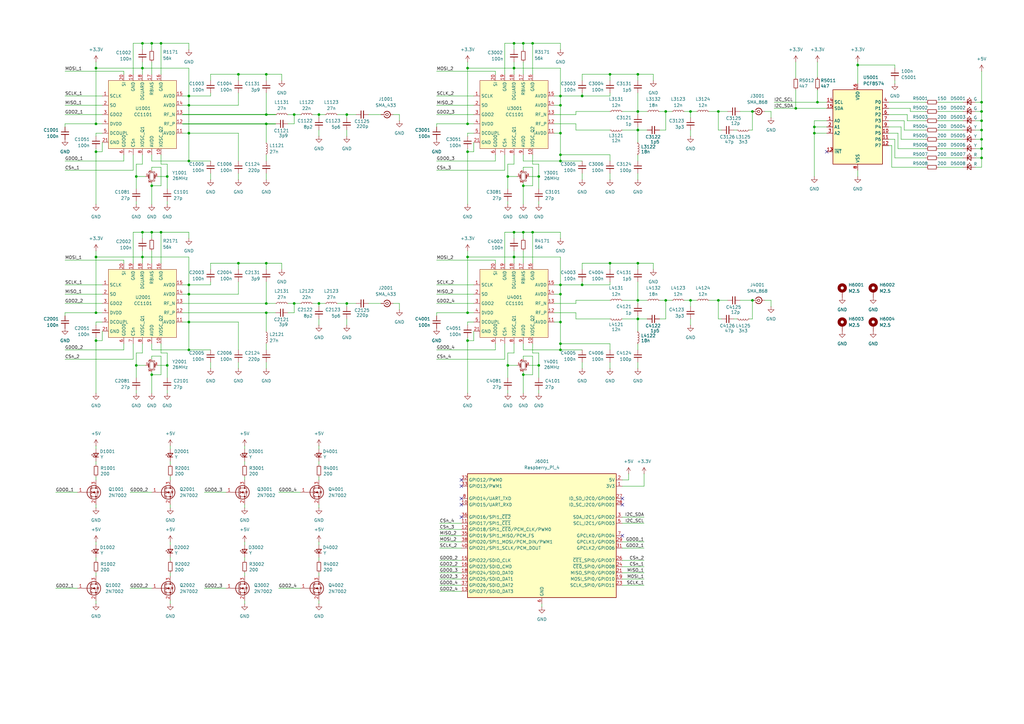
<source format=kicad_sch>
(kicad_sch (version 20231120) (generator "eeschema") (generator_version "8.0")
  (paper "A3")
  (title_block (title "CC1101 Raspberry Pi Hat") (date "2024-12-28") (rev "1"))
  (junction (at 142.24 124.46))
  (junction (at 229.87 143.51))
  (junction (at 214.63 76.2))
  (junction (at 261.62 123.19))
  (junction (at 208.28 149.86))
  (junction (at 68.58 149.86))
  (junction (at 238.76 116.84))
  (junction (at 77.47 132.08))
  (junction (at 294.64 45.72))
  (junction (at 218.44 17.78))
  (junction (at 334.01 52.07))
  (junction (at 273.05 45.72))
  (junction (at 109.22 46.99))
  (junction (at 261.62 107.95))
  (junction (at 66.04 95.25))
  (junction (at 208.28 72.39))
  (junction (at 191.77 128.27))
  (junction (at 191.77 27.94))
  (junction (at 214.63 17.78))
  (junction (at 402.59 64.77))
  (junction (at 283.21 45.72))
  (junction (at 58.42 105.41))
  (junction (at 402.59 45.72))
  (junction (at 229.87 116.84))
  (junction (at 191.77 105.41))
  (junction (at 326.39 44.45))
  (junction (at 229.87 66.04))
  (junction (at 210.82 17.78))
  (junction (at 97.79 107.95))
  (junction (at 109.22 50.8))
  (junction (at 191.77 139.7))
  (junction (at 261.62 45.72))
  (junction (at 220.98 72.39))
  (junction (at 77.47 120.65))
  (junction (at 55.88 149.86))
  (junction (at 210.82 95.25))
  (junction (at 109.22 124.46))
  (junction (at 77.47 39.37))
  (junction (at 261.62 53.34))
  (junction (at 250.19 30.48))
  (junction (at 58.42 17.78))
  (junction (at 77.47 66.04))
  (junction (at 261.62 130.81))
  (junction (at 229.87 54.61))
  (junction (at 334.01 54.61))
  (junction (at 130.81 46.99))
  (junction (at 214.63 153.67))
  (junction (at 77.47 143.51))
  (junction (at 66.04 17.78))
  (junction (at 229.87 120.65))
  (junction (at 218.44 95.25))
  (junction (at 214.63 95.25))
  (junction (at 229.87 140.97))
  (junction (at 273.05 123.19))
  (junction (at 62.23 153.67))
  (junction (at 351.79 26.67))
  (junction (at 109.22 128.27))
  (junction (at 210.82 105.41))
  (junction (at 77.47 54.61))
  (junction (at 77.47 116.84))
  (junction (at 120.65 124.46))
  (junction (at 55.88 72.39))
  (junction (at 142.24 46.99))
  (junction (at 77.47 43.18))
  (junction (at 402.59 57.15))
  (junction (at 229.87 43.18))
  (junction (at 109.22 30.48))
  (junction (at 130.81 124.46))
  (junction (at 229.87 132.08))
  (junction (at 39.37 27.94))
  (junction (at 68.58 72.39))
  (junction (at 402.59 53.34))
  (junction (at 62.23 17.78))
  (junction (at 229.87 39.37))
  (junction (at 97.79 30.48))
  (junction (at 39.37 105.41))
  (junction (at 39.37 62.23))
  (junction (at 191.77 50.8))
  (junction (at 58.42 27.94))
  (junction (at 402.59 41.91))
  (junction (at 58.42 95.25))
  (junction (at 294.64 123.19))
  (junction (at 308.61 45.72))
  (junction (at 220.98 149.86))
  (junction (at 250.19 107.95))
  (junction (at 402.59 60.96))
  (junction (at 308.61 123.19))
  (junction (at 62.23 76.2))
  (junction (at 210.82 27.94))
  (junction (at 39.37 50.8))
  (junction (at 39.37 139.7))
  (junction (at 402.59 49.53))
  (junction (at 120.65 46.99))
  (junction (at 283.21 123.19))
  (junction (at 39.37 128.27))
  (junction (at 229.87 63.5))
  (junction (at 109.22 107.95))
  (junction (at 191.77 62.23))
  (junction (at 62.23 95.25))
  (junction (at 261.62 30.48))
  (junction (at 238.76 39.37))
  (junction (at 335.28 41.91))
  (no_connect (at 189.23 196.85))
  (no_connect (at 189.23 204.47))
  (no_connect (at 189.23 207.01))
  (no_connect (at 255.27 207.01))
  (no_connect (at 255.27 219.71))
  (no_connect (at 189.23 199.39))
  (no_connect (at 255.27 204.47))
  (no_connect (at 339.09 62.23))
  (no_connect (at 189.23 212.09))
  (wire (pts (xy 316.23 45.72) (xy 313.69 45.72)))
  (wire (pts (xy 109.22 107.95) (xy 109.22 110.49)))
  (wire (pts (xy 208.28 144.78) (xy 208.28 149.86)))
  (wire (pts (xy 77.47 66.04) (xy 86.36 66.04)))
  (wire (pts (xy 236.22 130.81) (xy 236.22 128.27)))
  (wire (pts (xy 261.62 38.1) (xy 261.62 45.72)))
  (wire (pts (xy 77.47 66.04) (xy 77.47 54.61)))
  (wire (pts (xy 238.76 115.57) (xy 238.76 116.84)))
  (wire (pts (xy 210.82 67.31) (xy 208.28 67.31)))
  (wire (pts (xy 191.77 102.87) (xy 191.77 105.41)))
  (wire (pts (xy 39.37 182.88) (xy 39.37 184.15)))
  (wire (pts (xy 191.77 50.8) (xy 194.31 50.8)))
  (wire (pts (xy 294.64 45.72) (xy 298.45 45.72)))
  (wire (pts (xy 229.87 39.37) (xy 229.87 43.18)))
  (wire (pts (xy 62.23 102.87) (xy 62.23 107.95)))
  (wire (pts (xy 62.23 68.58) (xy 66.04 68.58)))
  (wire (pts (xy 210.82 107.95) (xy 210.82 105.41)))
  (wire (pts (xy 109.22 46.99) (xy 113.03 46.99)) (stroke (width 0.3048)))
  (wire (pts (xy 130.81 53.34) (xy 130.81 55.88)))
  (wire (pts (xy 238.76 107.95) (xy 250.19 107.95)))
  (wire (pts (xy 203.2 140.97) (xy 203.2 143.51)))
  (wire (pts (xy 39.37 207.01) (xy 39.37 208.28)))
  (wire (pts (xy 109.22 50.8) (xy 109.22 58.42)))
  (wire (pts (xy 118.11 46.99) (xy 120.65 46.99)))
  (wire (pts (xy 229.87 105.41) (xy 229.87 116.84)))
  (wire (pts (xy 54.61 95.25) (xy 54.61 107.95)))
  (wire (pts (xy 218.44 68.58) (xy 218.44 76.2)))
  (wire (pts (xy 180.34 242.57) (xy 189.23 242.57)))
  (wire (pts (xy 179.07 129.54) (xy 179.07 128.27)))
  (wire (pts (xy 214.63 153.67) (xy 214.63 161.29)))
  (wire (pts (xy 294.64 123.19) (xy 294.64 130.81)))
  (wire (pts (xy 210.82 102.87) (xy 210.82 105.41)))
  (wire (pts (xy 39.37 25.4) (xy 39.37 27.94)))
  (wire (pts (xy 400.05 41.91) (xy 402.59 41.91)))
  (wire (pts (xy 294.64 123.19) (xy 298.45 123.19)))
  (wire (pts (xy 402.59 29.21) (xy 402.59 41.91)))
  (wire (pts (xy 50.8 30.48) (xy 50.8 29.21)))
  (wire (pts (xy 138.43 124.46) (xy 142.24 124.46)))
  (wire (pts (xy 39.37 102.87) (xy 39.37 105.41)))
  (wire (pts (xy 180.34 219.71) (xy 189.23 219.71)))
  (wire (pts (xy 261.62 107.95) (xy 261.62 110.49)))
  (wire (pts (xy 58.42 97.79) (xy 58.42 95.25)))
  (wire (pts (xy 335.28 41.91) (xy 335.28 36.83)))
  (wire (pts (xy 179.07 39.37) (xy 194.31 39.37)))
  (wire (pts (xy 369.57 57.15) (xy 379.73 57.15)))
  (wire (pts (xy 227.33 124.46) (xy 236.22 124.46)))
  (wire (pts (xy 283.21 45.72) (xy 283.21 48.26)))
  (wire (pts (xy 229.87 63.5) (xy 229.87 54.61)))
  (wire (pts (xy 58.42 27.94) (xy 77.47 27.94)))
  (wire (pts (xy 53.34 201.93) (xy 62.23 201.93)))
  (wire (pts (xy 55.88 149.86) (xy 59.69 149.86)))
  (wire (pts (xy 218.44 146.05) (xy 218.44 153.67)))
  (wire (pts (xy 214.63 74.93) (xy 214.63 76.2)))
  (wire (pts (xy 26.67 43.18) (xy 41.91 43.18)))
  (wire (pts (xy 373.38 45.72) (xy 379.73 45.72)))
  (wire (pts (xy 54.61 63.5) (xy 54.61 69.85)))
  (wire (pts (xy 86.36 30.48) (xy 97.79 30.48)))
  (wire (pts (xy 41.91 132.08) (xy 39.37 132.08)))
  (wire (pts (xy 339.09 44.45) (xy 326.39 44.45)))
  (wire (pts (xy 339.09 41.91) (xy 335.28 41.91)))
  (wire (pts (xy 120.65 124.46) (xy 120.65 128.27)))
  (wire (pts (xy 163.83 46.99) (xy 161.29 46.99)))
  (wire (pts (xy 97.79 71.12) (xy 97.79 73.66)))
  (wire (pts (xy 26.67 46.99) (xy 41.91 46.99)))
  (wire (pts (xy 58.42 20.32) (xy 58.42 17.78)))
  (wire (pts (xy 26.67 116.84) (xy 41.91 116.84)))
  (wire (pts (xy 191.77 138.43) (xy 191.77 139.7)))
  (wire (pts (xy 58.42 27.94) (xy 39.37 27.94)))
  (wire (pts (xy 109.22 63.5) (xy 109.22 66.04)))
  (wire (pts (xy 255.27 240.03) (xy 264.16 240.03)))
  (wire (pts (xy 54.61 140.97) (xy 54.61 147.32)))
  (wire (pts (xy 218.44 17.78) (xy 214.63 17.78)))
  (wire (pts (xy 41.91 135.89) (xy 41.91 139.7)))
  (wire (pts (xy 191.77 54.61) (xy 191.77 55.88)))
  (wire (pts (xy 261.62 130.81) (xy 261.62 135.89)))
  (wire (pts (xy 368.3 60.96) (xy 379.73 60.96)))
  (wire (pts (xy 86.36 107.95) (xy 97.79 107.95)))
  (wire (pts (xy 58.42 17.78) (xy 62.23 17.78)))
  (wire (pts (xy 402.59 45.72) (xy 402.59 49.53)))
  (wire (pts (xy 283.21 123.19) (xy 285.75 123.19)))
  (wire (pts (xy 384.81 60.96) (xy 394.97 60.96)))
  (wire (pts (xy 351.79 69.85) (xy 351.79 72.39)))
  (wire (pts (xy 384.81 53.34) (xy 394.97 53.34)))
  (wire (pts (xy 54.61 17.78) (xy 58.42 17.78)))
  (wire (pts (xy 114.3 241.3) (xy 123.19 241.3)))
  (wire (pts (xy 58.42 30.48) (xy 58.42 27.94)))
  (wire (pts (xy 364.49 44.45) (xy 373.38 44.45)))
  (wire (pts (xy 210.82 140.97) (xy 210.82 144.78)))
  (wire (pts (xy 191.77 105.41) (xy 191.77 128.27)))
  (wire (pts (xy 218.44 140.97) (xy 218.44 144.78)))
  (wire (pts (xy 372.11 46.99) (xy 372.11 49.53)))
  (wire (pts (xy 283.21 130.81) (xy 283.21 133.35)))
  (wire (pts (xy 238.76 30.48) (xy 250.19 30.48)))
  (wire (pts (xy 66.04 63.5) (xy 66.04 67.31)))
  (wire (pts (xy 229.87 20.32) (xy 229.87 17.78)))
  (wire (pts (xy 210.82 25.4) (xy 210.82 27.94)))
  (wire (pts (xy 207.01 17.78) (xy 210.82 17.78)))
  (wire (pts (xy 120.65 46.99) (xy 123.19 46.99)))
  (wire (pts (xy 69.85 195.58) (xy 69.85 196.85)))
  (wire (pts (xy 229.87 97.79) (xy 229.87 95.25)))
  (wire (pts (xy 214.63 95.25) (xy 214.63 97.79)))
  (wire (pts (xy 265.43 130.81) (xy 261.62 130.81)))
  (wire (pts (xy 214.63 146.05) (xy 218.44 146.05)))
  (wire (pts (xy 180.34 214.63) (xy 189.23 214.63)))
  (wire (pts (xy 265.43 53.34) (xy 261.62 53.34)))
  (wire (pts (xy 179.07 106.68) (xy 203.2 106.68)))
  (wire (pts (xy 130.81 124.46) (xy 133.35 124.46)))
  (wire (pts (xy 370.84 49.53) (xy 370.84 53.34)))
  (wire (pts (xy 69.85 222.25) (xy 69.85 223.52)))
  (wire (pts (xy 118.11 50.8) (xy 120.65 50.8)))
  (wire (pts (xy 180.34 237.49) (xy 189.23 237.49)))
  (wire (pts (xy 142.24 46.99) (xy 142.24 48.26)))
  (wire (pts (xy 367.03 57.15) (xy 367.03 64.77)))
  (wire (pts (xy 229.87 143.51) (xy 229.87 140.97)))
  (wire (pts (xy 295.91 130.81) (xy 294.64 130.81)))
  (wire (pts (xy 369.57 52.07) (xy 369.57 57.15)))
  (wire (pts (xy 227.33 116.84) (xy 229.87 116.84)))
  (wire (pts (xy 55.88 72.39) (xy 59.69 72.39)))
  (wire (pts (xy 303.53 123.19) (xy 308.61 123.19)))
  (wire (pts (xy 384.81 64.77) (xy 394.97 64.77)))
  (wire (pts (xy 261.62 53.34) (xy 261.62 58.42)))
  (wire (pts (xy 55.88 67.31) (xy 55.88 72.39)))
  (wire (pts (xy 97.79 66.04) (xy 97.79 54.61)))
  (wire (pts (xy 100.33 182.88) (xy 100.33 184.15)))
  (wire (pts (xy 255.27 229.87) (xy 264.16 229.87)))
  (wire (pts (xy 334.01 49.53) (xy 334.01 52.07)))
  (wire (pts (xy 97.79 143.51) (xy 97.79 132.08)))
  (wire (pts (xy 39.37 138.43) (xy 39.37 139.7)))
  (wire (pts (xy 100.33 228.6) (xy 100.33 229.87)))
  (wire (pts (xy 255.27 123.19) (xy 261.62 123.19)))
  (wire (pts (xy 97.79 38.1) (xy 97.79 43.18)))
  (wire (pts (xy 142.24 124.46) (xy 142.24 125.73)))
  (wire (pts (xy 208.28 77.47) (xy 208.28 72.39)))
  (wire (pts (xy 74.93 46.99) (xy 109.22 46.99)) (stroke (width 0.3048)))
  (wire (pts (xy 128.27 46.99) (xy 130.81 46.99)))
  (wire (pts (xy 351.79 26.67) (xy 351.79 34.29)))
  (wire (pts (xy 55.88 144.78) (xy 55.88 149.86)))
  (wire (pts (xy 58.42 105.41) (xy 77.47 105.41)))
  (wire (pts (xy 26.67 39.37) (xy 41.91 39.37)))
  (wire (pts (xy 250.19 107.95) (xy 261.62 107.95)))
  (wire (pts (xy 367.03 64.77) (xy 379.73 64.77)))
  (wire (pts (xy 368.3 54.61) (xy 368.3 60.96)))
  (wire (pts (xy 180.34 234.95) (xy 189.23 234.95)))
  (wire (pts (xy 295.91 53.34) (xy 294.64 53.34)))
  (wire (pts (xy 109.22 71.12) (xy 109.22 73.66)))
  (wire (pts (xy 100.33 234.95) (xy 100.33 236.22)))
  (wire (pts (xy 210.82 20.32) (xy 210.82 17.78)))
  (wire (pts (xy 109.22 46.99) (xy 109.22 38.1)))
  (wire (pts (xy 267.97 110.49) (xy 267.97 107.95)))
  (wire (pts (xy 55.88 77.47) (xy 55.88 72.39)))
  (wire (pts (xy 203.2 63.5) (xy 203.2 66.04)))
  (wire (pts (xy 210.82 95.25) (xy 214.63 95.25)))
  (wire (pts (xy 255.27 130.81) (xy 261.62 130.81)))
  (wire (pts (xy 109.22 124.46) (xy 113.03 124.46)))
  (wire (pts (xy 255.27 237.49) (xy 264.16 237.49)))
  (wire (pts (xy 222.25 247.65) (xy 222.25 248.92)))
  (wire (pts (xy 66.04 95.25) (xy 62.23 95.25)))
  (wire (pts (xy 250.19 148.59) (xy 250.19 151.13)))
  (wire (pts (xy 194.31 58.42) (xy 194.31 62.23)))
  (wire (pts (xy 210.82 144.78) (xy 208.28 144.78)))
  (wire (pts (xy 402.59 68.58) (xy 400.05 68.58)))
  (wire (pts (xy 372.11 49.53) (xy 379.73 49.53)))
  (wire (pts (xy 267.97 33.02) (xy 267.97 30.48)))
  (wire (pts (xy 114.3 201.93) (xy 123.19 201.93)))
  (wire (pts (xy 74.93 39.37) (xy 77.47 39.37)))
  (wire (pts (xy 180.34 240.03) (xy 189.23 240.03)))
  (wire (pts (xy 62.23 152.4) (xy 62.23 153.67)))
  (wire (pts (xy 62.23 147.32) (xy 62.23 146.05)))
  (wire (pts (xy 255.27 234.95) (xy 264.16 234.95)))
  (wire (pts (xy 273.05 123.19) (xy 275.59 123.19)))
  (wire (pts (xy 118.11 128.27) (xy 120.65 128.27)))
  (wire (pts (xy 236.22 128.27) (xy 227.33 128.27)))
  (wire (pts (xy 351.79 25.4) (xy 351.79 26.67)))
  (wire (pts (xy 120.65 124.46) (xy 123.19 124.46)))
  (wire (pts (xy 250.19 71.12) (xy 250.19 73.66)))
  (wire (pts (xy 130.81 189.23) (xy 130.81 190.5)))
  (wire (pts (xy 86.36 38.1) (xy 86.36 39.37)))
  (wire (pts (xy 130.81 207.01) (xy 130.81 208.28)))
  (wire (pts (xy 64.77 149.86) (xy 68.58 149.86)))
  (wire (pts (xy 238.76 110.49) (xy 238.76 107.95)))
  (wire (pts (xy 66.04 144.78) (xy 68.58 144.78)))
  (wire (pts (xy 62.23 25.4) (xy 62.23 30.48)))
  (wire (pts (xy 316.23 48.26) (xy 316.23 45.72)))
  (wire (pts (xy 50.8 107.95) (xy 50.8 106.68)))
  (wire (pts (xy 191.77 139.7) (xy 194.31 139.7)))
  (wire (pts (xy 68.58 82.55) (xy 68.58 83.82)))
  (wire (pts (xy 300.99 53.34) (xy 302.26 53.34)))
  (wire (pts (xy 238.76 71.12) (xy 238.76 73.66)))
  (wire (pts (xy 130.81 124.46) (xy 130.81 125.73)))
  (wire (pts (xy 26.67 66.04) (xy 50.8 66.04)))
  (wire (pts (xy 227.33 120.65) (xy 229.87 120.65)))
  (wire (pts (xy 384.81 57.15) (xy 394.97 57.15)))
  (wire (pts (xy 97.79 110.49) (xy 97.79 107.95)))
  (wire (pts (xy 66.04 17.78) (xy 66.04 30.48)))
  (wire (pts (xy 130.81 228.6) (xy 130.81 229.87)))
  (wire (pts (xy 236.22 46.99) (xy 236.22 45.72)))
  (wire (pts (xy 86.36 115.57) (xy 86.36 116.84)))
  (wire (pts (xy 77.47 27.94) (xy 77.47 39.37)))
  (wire (pts (xy 214.63 63.5) (xy 214.63 66.04)))
  (wire (pts (xy 229.87 120.65) (xy 229.87 132.08)))
  (wire (pts (xy 270.51 130.81) (xy 273.05 130.81)))
  (wire (pts (xy 402.59 57.15) (xy 402.59 60.96)))
  (wire (pts (xy 229.87 66.04) (xy 229.87 63.5)))
  (wire (pts (xy 62.23 76.2) (xy 62.23 83.82)))
  (wire (pts (xy 118.11 124.46) (xy 120.65 124.46)))
  (wire (pts (xy 69.85 234.95) (xy 69.85 236.22)))
  (wire (pts (xy 77.47 143.51) (xy 86.36 143.51)))
  (wire (pts (xy 22.86 241.3) (xy 31.75 241.3)))
  (wire (pts (xy 250.19 33.02) (xy 250.19 30.48)))
  (wire (pts (xy 58.42 105.41) (xy 39.37 105.41)))
  (wire (pts (xy 77.47 20.32) (xy 77.47 17.78)))
  (wire (pts (xy 238.76 116.84) (xy 229.87 116.84)))
  (wire (pts (xy 100.33 222.25) (xy 100.33 223.52)))
  (wire (pts (xy 250.19 143.51) (xy 250.19 140.97)))
  (wire (pts (xy 261.62 53.34) (xy 261.62 52.07)))
  (wire (pts (xy 179.07 143.51) (xy 203.2 143.51)))
  (wire (pts (xy 66.04 153.67) (xy 62.23 153.67)))
  (wire (pts (xy 62.23 153.67) (xy 62.23 161.29)))
  (wire (pts (xy 130.81 46.99) (xy 130.81 48.26)))
  (wire (pts (xy 229.87 116.84) (xy 229.87 120.65)))
  (wire (pts (xy 250.19 66.04) (xy 250.19 63.5)))
  (wire (pts (xy 179.07 116.84) (xy 194.31 116.84)))
  (wire (pts (xy 142.24 130.81) (xy 142.24 133.35)))
  (wire (pts (xy 74.93 124.46) (xy 109.22 124.46)))
  (wire (pts (xy 62.23 69.85) (xy 62.23 68.58)))
  (wire (pts (xy 191.77 62.23) (xy 194.31 62.23)))
  (wire (pts (xy 194.31 135.89) (xy 194.31 139.7)))
  (wire (pts (xy 257.81 196.85) (xy 255.27 196.85)))
  (wire (pts (xy 62.23 63.5) (xy 62.23 66.04)))
  (wire (pts (xy 261.62 123.19) (xy 265.43 123.19)))
  (wire (pts (xy 74.93 116.84) (xy 77.47 116.84)))
  (wire (pts (xy 290.83 45.72) (xy 294.64 45.72)))
  (wire (pts (xy 22.86 201.93) (xy 31.75 201.93)))
  (wire (pts (xy 26.67 147.32) (xy 54.61 147.32)))
  (wire (pts (xy 39.37 139.7) (xy 41.91 139.7)))
  (wire (pts (xy 109.22 50.8) (xy 113.03 50.8)) (stroke (width 0.3048)))
  (wire (pts (xy 270.51 53.34) (xy 273.05 53.34)))
  (wire (pts (xy 39.37 50.8) (xy 41.91 50.8)))
  (wire (pts (xy 86.36 148.59) (xy 86.36 151.13)))
  (wire (pts (xy 402.59 53.34) (xy 402.59 57.15)))
  (wire (pts (xy 97.79 107.95) (xy 109.22 107.95)))
  (wire (pts (xy 208.28 82.55) (xy 208.28 83.82)))
  (wire (pts (xy 384.81 68.58) (xy 394.97 68.58)))
  (wire (pts (xy 210.82 17.78) (xy 214.63 17.78)))
  (wire (pts (xy 115.57 110.49) (xy 115.57 107.95)))
  (wire (pts (xy 402.59 60.96) (xy 402.59 64.77)))
  (wire (pts (xy 26.67 52.07) (xy 26.67 50.8)))
  (wire (pts (xy 283.21 123.19) (xy 283.21 125.73)))
  (wire (pts (xy 163.83 124.46) (xy 161.29 124.46)))
  (wire (pts (xy 402.59 41.91) (xy 402.59 45.72)))
  (wire (pts (xy 39.37 27.94) (xy 39.37 50.8)))
  (wire (pts (xy 400.05 57.15) (xy 402.59 57.15)))
  (wire (pts (xy 261.62 130.81) (xy 261.62 129.54)))
  (wire (pts (xy 229.87 43.18) (xy 229.87 54.61)))
  (wire (pts (xy 39.37 246.38) (xy 39.37 247.65)))
  (wire (pts (xy 229.87 54.61) (xy 227.33 54.61)))
  (wire (pts (xy 326.39 25.4) (xy 326.39 31.75)))
  (wire (pts (xy 400.05 53.34) (xy 402.59 53.34)))
  (wire (pts (xy 203.2 107.95) (xy 203.2 106.68)))
  (wire (pts (xy 191.77 27.94) (xy 191.77 50.8)))
  (wire (pts (xy 77.47 132.08) (xy 74.93 132.08)))
  (wire (pts (xy 64.77 72.39) (xy 68.58 72.39)))
  (wire (pts (xy 66.04 140.97) (xy 66.04 144.78)))
  (wire (pts (xy 77.47 43.18) (xy 77.47 54.61)))
  (wire (pts (xy 220.98 144.78) (xy 220.98 149.86)))
  (wire (pts (xy 69.85 182.88) (xy 69.85 184.15)))
  (wire (pts (xy 179.07 50.8) (xy 191.77 50.8)))
  (wire (pts (xy 77.47 105.41) (xy 77.47 116.84)))
  (wire (pts (xy 58.42 144.78) (xy 55.88 144.78)))
  (wire (pts (xy 86.36 71.12) (xy 86.36 73.66)))
  (wire (pts (xy 39.37 228.6) (xy 39.37 229.87)))
  (wire (pts (xy 220.98 72.39) (xy 220.98 77.47)))
  (wire (pts (xy 66.04 68.58) (xy 66.04 76.2)))
  (wire (pts (xy 39.37 189.23) (xy 39.37 190.5)))
  (wire (pts (xy 68.58 67.31) (xy 68.58 72.39)))
  (wire (pts (xy 326.39 44.45) (xy 326.39 36.83)))
  (wire (pts (xy 364.49 46.99) (xy 372.11 46.99)))
  (wire (pts (xy 267.97 30.48) (xy 261.62 30.48)))
  (wire (pts (xy 367.03 33.02) (xy 367.03 34.29)))
  (wire (pts (xy 218.44 67.31) (xy 220.98 67.31)))
  (wire (pts (xy 400.05 64.77) (xy 402.59 64.77)))
  (wire (pts (xy 208.28 72.39) (xy 212.09 72.39)))
  (wire (pts (xy 130.81 130.81) (xy 130.81 133.35)))
  (wire (pts (xy 229.87 17.78) (xy 218.44 17.78)))
  (wire (pts (xy 280.67 123.19) (xy 283.21 123.19)))
  (wire (pts (xy 62.23 143.51) (xy 77.47 143.51)))
  (wire (pts (xy 227.33 43.18) (xy 229.87 43.18)))
  (wire (pts (xy 39.37 105.41) (xy 39.37 128.27)))
  (wire (pts (xy 180.34 232.41) (xy 189.23 232.41)))
  (wire (pts (xy 179.07 124.46) (xy 194.31 124.46)))
  (wire (pts (xy 130.81 182.88) (xy 130.81 184.15)))
  (wire (pts (xy 77.47 39.37) (xy 77.47 43.18)))
  (wire (pts (xy 180.34 229.87) (xy 189.23 229.87)))
  (wire (pts (xy 69.85 228.6) (xy 69.85 229.87)))
  (wire (pts (xy 290.83 123.19) (xy 294.64 123.19)))
  (wire (pts (xy 66.04 67.31) (xy 68.58 67.31)))
  (wire (pts (xy 210.82 30.48) (xy 210.82 27.94)))
  (wire (pts (xy 317.5 41.91) (xy 335.28 41.91)))
  (wire (pts (xy 255.27 224.79) (xy 264.16 224.79)))
  (wire (pts (xy 255.27 45.72) (xy 261.62 45.72)))
  (wire (pts (xy 229.87 95.25) (xy 218.44 95.25)))
  (wire (pts (xy 26.67 120.65) (xy 41.91 120.65)))
  (wire (pts (xy 77.47 97.79) (xy 77.47 95.25)))
  (wire (pts (xy 229.87 66.04) (xy 238.76 66.04)))
  (wire (pts (xy 334.01 54.61) (xy 339.09 54.61)))
  (wire (pts (xy 218.44 17.78) (xy 218.44 30.48)))
  (wire (pts (xy 210.82 27.94) (xy 229.87 27.94)))
  (wire (pts (xy 83.82 241.3) (xy 92.71 241.3)))
  (wire (pts (xy 100.33 246.38) (xy 100.33 247.65)))
  (wire (pts (xy 373.38 44.45) (xy 373.38 45.72)))
  (wire (pts (xy 208.28 67.31) (xy 208.28 72.39)))
  (wire (pts (xy 210.82 105.41) (xy 191.77 105.41)))
  (wire (pts (xy 400.05 45.72) (xy 402.59 45.72)))
  (wire (pts (xy 26.67 129.54) (xy 26.67 128.27)))
  (wire (pts (xy 39.37 195.58) (xy 39.37 196.85)))
  (wire (pts (xy 130.81 222.25) (xy 130.81 223.52)))
  (wire (pts (xy 218.44 153.67) (xy 214.63 153.67)))
  (wire (pts (xy 26.67 29.21) (xy 50.8 29.21)))
  (wire (pts (xy 97.79 33.02) (xy 97.79 30.48)))
  (wire (pts (xy 238.76 33.02) (xy 238.76 30.48)))
  (wire (pts (xy 128.27 124.46) (xy 130.81 124.46)))
  (wire (pts (xy 142.24 124.46) (xy 146.05 124.46)))
  (wire (pts (xy 218.44 95.25) (xy 214.63 95.25)))
  (wire (pts (xy 250.19 115.57) (xy 250.19 116.84)))
  (wire (pts (xy 58.42 95.25) (xy 62.23 95.25)))
  (wire (pts (xy 229.87 63.5) (xy 250.19 63.5)))
  (wire (pts (xy 39.37 62.23) (xy 41.91 62.23)))
  (wire (pts (xy 163.83 127) (xy 163.83 124.46)))
  (wire (pts (xy 261.62 45.72) (xy 261.62 46.99)))
  (wire (pts (xy 250.19 130.81) (xy 236.22 130.81)))
  (wire (pts (xy 109.22 140.97) (xy 109.22 143.51)))
  (wire (pts (xy 66.04 76.2) (xy 62.23 76.2)))
  (wire (pts (xy 130.81 246.38) (xy 130.81 247.65)))
  (wire (pts (xy 74.93 120.65) (xy 77.47 120.65)))
  (wire (pts (xy 69.85 246.38) (xy 69.85 247.65)))
  (wire (pts (xy 191.77 60.96) (xy 191.77 62.23)))
  (wire (pts (xy 255.27 232.41) (xy 264.16 232.41)))
  (wire (pts (xy 220.98 82.55) (xy 220.98 83.82)))
  (wire (pts (xy 66.04 146.05) (xy 66.04 153.67)))
  (wire (pts (xy 261.62 63.5) (xy 261.62 66.04)))
  (wire (pts (xy 115.57 30.48) (xy 109.22 30.48)))
  (wire (pts (xy 62.23 17.78) (xy 62.23 20.32)))
  (wire (pts (xy 179.07 128.27) (xy 191.77 128.27)))
  (wire (pts (xy 273.05 45.72) (xy 273.05 53.34)))
  (wire (pts (xy 384.81 45.72) (xy 394.97 45.72)))
  (wire (pts (xy 367.03 26.67) (xy 367.03 27.94)))
  (wire (pts (xy 68.58 149.86) (xy 68.58 154.94)))
  (wire (pts (xy 364.49 52.07) (xy 369.57 52.07)))
  (wire (pts (xy 236.22 50.8) (xy 227.33 50.8)))
  (wire (pts (xy 68.58 72.39) (xy 68.58 77.47)))
  (wire (pts (xy 229.87 140.97) (xy 250.19 140.97)))
  (wire (pts (xy 138.43 46.99) (xy 142.24 46.99)))
  (wire (pts (xy 238.76 116.84) (xy 250.19 116.84)))
  (wire (pts (xy 100.33 189.23) (xy 100.33 190.5)))
  (wire (pts (xy 97.79 30.48) (xy 109.22 30.48)))
  (wire (pts (xy 77.47 54.61) (xy 97.79 54.61)))
  (wire (pts (xy 180.34 217.17) (xy 189.23 217.17)))
  (wire (pts (xy 97.79 115.57) (xy 97.79 120.65)))
  (wire (pts (xy 115.57 33.02) (xy 115.57 30.48)))
  (wire (pts (xy 86.36 33.02) (xy 86.36 30.48)))
  (wire (pts (xy 250.19 110.49) (xy 250.19 107.95)))
  (wire (pts (xy 238.76 148.59) (xy 238.76 151.13)))
  (wire (pts (xy 130.81 195.58) (xy 130.81 196.85)))
  (wire (pts (xy 50.8 140.97) (xy 50.8 143.51)))
  (wire (pts (xy 334.01 52.07) (xy 334.01 54.61)))
  (wire (pts (xy 294.64 45.72) (xy 294.64 53.34)))
  (wire (pts (xy 191.77 139.7) (xy 191.77 161.29)))
  (wire (pts (xy 207.01 17.78) (xy 207.01 30.48)))
  (wire (pts (xy 68.58 144.78) (xy 68.58 149.86)))
  (wire (pts (xy 208.28 154.94) (xy 208.28 149.86)))
  (wire (pts (xy 308.61 123.19) (xy 308.61 130.81)))
  (wire (pts (xy 58.42 67.31) (xy 55.88 67.31)))
  (wire (pts (xy 229.87 27.94) (xy 229.87 39.37)))
  (wire (pts (xy 26.67 124.46) (xy 41.91 124.46)))
  (wire (pts (xy 62.23 95.25) (xy 62.23 97.79)))
  (wire (pts (xy 364.49 59.69) (xy 365.76 59.69)))
  (wire (pts (xy 66.04 95.25) (xy 66.04 107.95)))
  (wire (pts (xy 303.53 45.72) (xy 308.61 45.72)))
  (wire (pts (xy 207.01 95.25) (xy 210.82 95.25)))
  (wire (pts (xy 273.05 45.72) (xy 275.59 45.72)))
  (wire (pts (xy 250.19 30.48) (xy 261.62 30.48)))
  (wire (pts (xy 280.67 45.72) (xy 283.21 45.72)))
  (wire (pts (xy 179.07 66.04) (xy 203.2 66.04)))
  (wire (pts (xy 261.62 140.97) (xy 261.62 143.51)))
  (wire (pts (xy 236.22 45.72) (xy 250.19 45.72)))
  (wire (pts (xy 26.67 69.85) (xy 54.61 69.85)))
  (wire (pts (xy 39.37 62.23) (xy 39.37 83.82)))
  (wire (pts (xy 179.07 52.07) (xy 179.07 50.8)))
  (wire (pts (xy 261.62 123.19) (xy 261.62 124.46)))
  (wire (pts (xy 179.07 29.21) (xy 203.2 29.21)))
  (wire (pts (xy 55.88 160.02) (xy 55.88 161.29)))
  (wire (pts (xy 191.77 62.23) (xy 191.77 83.82)))
  (wire (pts (xy 217.17 149.86) (xy 220.98 149.86)))
  (wire (pts (xy 74.93 50.8) (xy 109.22 50.8)) (stroke (width 0.3048)))
  (wire (pts (xy 255.27 53.34) (xy 261.62 53.34)))
  (wire (pts (xy 214.63 140.97) (xy 214.63 143.51)))
  (wire (pts (xy 109.22 148.59) (xy 109.22 151.13)))
  (wire (pts (xy 236.22 124.46) (xy 236.22 123.19)))
  (wire (pts (xy 66.04 17.78) (xy 62.23 17.78)))
  (wire (pts (xy 364.49 41.91) (xy 379.73 41.91)))
  (wire (pts (xy 100.33 207.01) (xy 100.33 208.28)))
  (wire (pts (xy 339.09 52.07) (xy 334.01 52.07)))
  (wire (pts (xy 58.42 25.4) (xy 58.42 27.94)))
  (wire (pts (xy 39.37 128.27) (xy 41.91 128.27)))
  (wire (pts (xy 77.47 17.78) (xy 66.04 17.78)))
  (wire (pts (xy 39.37 54.61) (xy 39.37 55.88)))
  (wire (pts (xy 384.81 49.53) (xy 394.97 49.53)))
  (wire (pts (xy 83.82 201.93) (xy 92.71 201.93)))
  (wire (pts (xy 364.49 49.53) (xy 370.84 49.53)))
  (wire (pts (xy 115.57 107.95) (xy 109.22 107.95)))
  (wire (pts (xy 364.49 54.61) (xy 368.3 54.61)))
  (wire (pts (xy 50.8 63.5) (xy 50.8 66.04)))
  (wire (pts (xy 229.87 132.08) (xy 227.33 132.08)))
  (wire (pts (xy 207.01 140.97) (xy 207.01 147.32)))
  (wire (pts (xy 210.82 105.41) (xy 229.87 105.41)))
  (wire (pts (xy 109.22 30.48) (xy 109.22 33.02)))
  (wire (pts (xy 220.98 67.31) (xy 220.98 72.39)))
  (wire (pts (xy 283.21 53.34) (xy 283.21 55.88)))
  (wire (pts (xy 261.62 45.72) (xy 265.43 45.72)))
  (wire (pts (xy 227.33 39.37) (xy 229.87 39.37)))
  (wire (pts (xy 384.81 41.91) (xy 394.97 41.91)))
  (wire (pts (xy 58.42 102.87) (xy 58.42 105.41)))
  (wire (pts (xy 69.85 189.23) (xy 69.85 190.5)))
  (wire (pts (xy 203.2 30.48) (xy 203.2 29.21)))
  (wire (pts (xy 130.81 234.95) (xy 130.81 236.22)))
  (wire (pts (xy 255.27 222.25) (xy 264.16 222.25)))
  (wire (pts (xy 214.63 69.85) (xy 214.63 68.58)))
  (wire (pts (xy 229.87 143.51) (xy 238.76 143.51)))
  (wire (pts (xy 214.63 152.4) (xy 214.63 153.67)))
  (wire (pts (xy 163.83 49.53) (xy 163.83 46.99)))
  (wire (pts (xy 334.01 72.39) (xy 334.01 54.61)))
  (wire (pts (xy 208.28 160.02) (xy 208.28 161.29)))
  (wire (pts (xy 77.47 95.25) (xy 66.04 95.25)))
  (wire (pts (xy 218.44 144.78) (xy 220.98 144.78)))
  (wire (pts (xy 339.09 49.53) (xy 334.01 49.53)))
  (wire (pts (xy 238.76 39.37) (xy 229.87 39.37)))
  (wire (pts (xy 109.22 128.27) (xy 109.22 135.89)))
  (wire (pts (xy 97.79 148.59) (xy 97.79 151.13)))
  (wire (pts (xy 191.77 25.4) (xy 191.77 27.94)))
  (wire (pts (xy 308.61 45.72) (xy 308.61 53.34)))
  (wire (pts (xy 351.79 26.67) (xy 367.03 26.67)))
  (wire (pts (xy 316.23 123.19) (xy 313.69 123.19)))
  (wire (pts (xy 316.23 125.73) (xy 316.23 123.19)))
  (wire (pts (xy 62.23 74.93) (xy 62.23 76.2)))
  (wire (pts (xy 41.91 54.61) (xy 39.37 54.61)))
  (wire (pts (xy 39.37 222.25) (xy 39.37 223.52)))
  (wire (pts (xy 238.76 38.1) (xy 238.76 39.37)))
  (wire (pts (xy 236.22 53.34) (xy 236.22 50.8)))
  (wire (pts (xy 214.63 143.51) (xy 229.87 143.51)))
  (wire (pts (xy 402.59 64.77) (xy 402.59 68.58)))
  (wire (pts (xy 77.47 132.08) (xy 97.79 132.08)))
  (wire (pts (xy 77.47 120.65) (xy 77.47 132.08)))
  (wire (pts (xy 270.51 123.19) (xy 273.05 123.19)))
  (wire (pts (xy 317.5 44.45) (xy 326.39 44.45)))
  (wire (pts (xy 214.63 76.2) (xy 214.63 83.82)))
  (wire (pts (xy 109.22 128.27) (xy 113.03 128.27)))
  (wire (pts (xy 41.91 58.42) (xy 41.91 62.23)))
  (wire (pts (xy 217.17 72.39) (xy 220.98 72.39)))
  (wire (pts (xy 236.22 123.19) (xy 250.19 123.19)))
  (wire (pts (xy 53.34 241.3) (xy 62.23 241.3)))
  (wire (pts (xy 214.63 25.4) (xy 214.63 30.48)))
  (wire (pts (xy 26.67 143.51) (xy 50.8 143.51)))
  (wire (pts (xy 179.07 43.18) (xy 194.31 43.18)))
  (wire (pts (xy 191.77 54.61) (xy 194.31 54.61)))
  (wire (pts (xy 54.61 95.25) (xy 58.42 95.25)))
  (wire (pts (xy 68.58 160.02) (xy 68.58 161.29)))
  (wire (pts (xy 250.19 38.1) (xy 250.19 39.37)))
  (wire (pts (xy 335.28 25.4) (xy 335.28 31.75)))
  (wire (pts (xy 214.63 66.04) (xy 229.87 66.04)))
  (wire (pts (xy 255.27 199.39) (xy 264.16 199.39)))
  (wire (pts (xy 214.63 68.58) (xy 218.44 68.58)))
  (wire (pts (xy 283.21 45.72) (xy 285.75 45.72)))
  (wire (pts (xy 86.36 116.84) (xy 77.47 116.84)))
  (wire (pts (xy 74.93 128.27) (xy 109.22 128.27)))
  (wire (pts (xy 39.37 234.95) (xy 39.37 236.22)))
  (wire (pts (xy 402.59 49.53) (xy 402.59 53.34)))
  (wire (pts (xy 300.99 130.81) (xy 302.26 130.81)))
  (wire (pts (xy 120.65 46.99) (xy 120.65 50.8)))
  (wire (pts (xy 214.63 147.32) (xy 214.63 146.05)))
  (wire (pts (xy 220.98 149.86) (xy 220.98 154.94)))
  (wire (pts (xy 400.05 49.53) (xy 402.59 49.53)))
  (wire (pts (xy 179.07 147.32) (xy 207.01 147.32)))
  (wire (pts (xy 365.76 68.58) (xy 379.73 68.58)))
  (wire (pts (xy 58.42 63.5) (xy 58.42 67.31)))
  (wire (pts (xy 77.47 54.61) (xy 74.93 54.61)))
  (wire (pts (xy 365.76 59.69) (xy 365.76 68.58)))
  (wire (pts (xy 130.81 46.99) (xy 133.35 46.99)))
  (wire (pts (xy 255.27 214.63) (xy 264.16 214.63)))
  (wire (pts (xy 77.47 143.51) (xy 77.47 132.08)))
  (wire (pts (xy 26.67 50.8) (xy 39.37 50.8)))
  (wire (pts (xy 227.33 46.99) (xy 236.22 46.99)))
  (wire (pts (xy 179.07 46.99) (xy 194.31 46.99)))
  (wire (pts (xy 261.62 71.12) (xy 261.62 73.66)))
  (wire (pts (xy 218.44 95.25) (xy 218.44 107.95)))
  (wire (pts (xy 97.79 43.18) (xy 77.47 43.18)))
  (wire (pts (xy 250.19 53.34) (xy 236.22 53.34)))
  (wire (pts (xy 255.27 212.09) (xy 264.16 212.09)))
  (wire (pts (xy 54.61 17.78) (xy 54.61 30.48)))
  (wire (pts (xy 261.62 115.57) (xy 261.62 123.19)))
  (wire (pts (xy 218.44 63.5) (xy 218.44 67.31)))
  (wire (pts (xy 39.37 139.7) (xy 39.37 161.29)))
  (wire (pts (xy 58.42 107.95) (xy 58.42 105.41)))
  (wire (pts (xy 307.34 130.81) (xy 308.61 130.81)))
  (wire (pts (xy 179.07 69.85) (xy 207.01 69.85)))
  (wire (pts (xy 62.23 66.04) (xy 77.47 66.04)))
  (wire (pts (xy 267.97 107.95) (xy 261.62 107.95)))
  (wire (pts (xy 208.28 149.86) (xy 212.09 149.86)))
  (wire (pts (xy 26.67 128.27) (xy 39.37 128.27)))
  (wire (pts (xy 26.67 106.68) (xy 50.8 106.68)))
  (wire (pts (xy 210.82 97.79) (xy 210.82 95.25)))
  (wire (pts (xy 194.31 132.08) (xy 191.77 132.08)))
  (wire (pts (xy 151.13 46.99) (xy 156.21 46.99)))
  (wire (pts (xy 179.07 120.65) (xy 194.31 120.65)))
  (wire (pts (xy 151.13 124.46) (xy 156.21 124.46)))
  (wire (pts (xy 273.05 123.19) (xy 273.05 130.81)))
  (wire (pts (xy 39.37 132.08) (xy 39.37 133.35)))
  (wire (pts (xy 207.01 95.25) (xy 207.01 107.95)))
  (wire (pts (xy 77.47 116.84) (xy 77.47 120.65)))
  (wire (pts (xy 307.34 53.34) (xy 308.61 53.34)))
  (wire (pts (xy 142.24 53.34) (xy 142.24 55.88)))
  (wire (pts (xy 180.34 222.25) (xy 189.23 222.25)))
  (wire (pts (xy 261.62 148.59) (xy 261.62 151.13)))
  (wire (pts (xy 109.22 124.46) (xy 109.22 115.57)))
  (wire (pts (xy 100.33 195.58) (xy 100.33 196.85)))
  (wire (pts (xy 264.16 199.39) (xy 264.16 194.31)))
  (wire (pts (xy 62.23 140.97) (xy 62.23 143.51)))
  (wire (pts (xy 142.24 46.99) (xy 146.05 46.99)))
  (wire (pts (xy 400.05 60.96) (xy 402.59 60.96)))
  (wire (pts (xy 370.84 53.34) (xy 379.73 53.34)))
  (wire (pts (xy 180.34 224.79) (xy 189.23 224.79)))
  (wire (pts (xy 364.49 57.15) (xy 367.03 57.15)))
  (wire (pts (xy 191.77 132.08) (xy 191.77 133.35)))
  (wire (pts (xy 257.81 194.31) (xy 257.81 196.85)))
  (wire (pts (xy 270.51 45.72) (xy 273.05 45.72)))
  (wire (pts (xy 97.79 120.65) (xy 77.47 120.65)))
  (wire (pts (xy 74.93 43.18) (xy 77.47 43.18)))
  (wire (pts (xy 207.01 63.5) (xy 207.01 69.85)))
  (wire (pts (xy 58.42 140.97) (xy 58.42 144.78)))
  (wire (pts (xy 210.82 63.5) (xy 210.82 67.31)))
  (wire (pts (xy 55.88 82.55) (xy 55.88 83.82)))
  (wire (pts (xy 214.63 17.78) (xy 214.63 20.32)))
  (wire (pts (xy 39.37 60.96) (xy 39.37 62.23)))
  (wire (pts (xy 86.36 39.37) (xy 77.47 39.37)))
  (wire (pts (xy 210.82 27.94) (xy 191.77 27.94)))
  (wire (pts (xy 238.76 39.37) (xy 250.19 39.37)))
  (wire (pts (xy 229.87 140.97) (xy 229.87 132.08)))
  (wire (pts (xy 86.36 110.49) (xy 86.36 107.95)))
  (wire (pts (xy 261.62 30.48) (xy 261.62 33.02)))
  (wire (pts (xy 220.98 160.02) (xy 220.98 161.29)))
  (wire (pts (xy 191.77 128.27) (xy 194.31 128.27)))
  (wire (pts (xy 218.44 76.2) (xy 214.63 76.2)))
  (wire (pts (xy 62.23 146.05) (xy 66.04 146.05)))
  (wire (pts (xy 69.85 207.01) (xy 69.85 208.28)))
  (wire (pts (xy 55.88 154.94) (xy 55.88 149.86)))
  (wire (pts (xy 214.63 102.87) (xy 214.63 107.95)))
  (label "GDO0_3" (at 180.34 234.95 0))
  (label "MOSI_2" (at 180.34 222.25 0))
  (label "MOSI_1" (at 26.67 106.68 0))
  (label "MOSI_2" (at 179.07 29.21 0))
  (label "CSn_1" (at 264.16 232.41 180))
  (label "GDO0_2" (at 53.34 201.93 0))
  (label "GDO0_1" (at 22.86 201.93 0))
  (label "GDO2_1" (at 22.86 241.3 0))
  (label "MOSI_2" (at 179.07 106.68 0))
  (label "GDO2_2" (at 26.67 124.46 0))
  (label "GDO0_4" (at 180.34 240.03 0))
  (label "GDO0_3" (at 83.82 201.93 0))
  (label "CSn_2" (at 26.67 147.32 0))
  (label "MISO_1" (at 26.67 43.18 0))
  (label "CSn_2" (at 264.16 229.87 180))
  (label "GDO2_2" (at 180.34 232.41 0))
  (label "SCLK_1" (at 26.67 39.37 0))
  (label "GDO2_2" (at 53.34 241.3 0))
  (label "MISO_1" (at 264.16 234.95 180))
  (label "GDO2_4" (at 114.3 241.3 0))
  (label "GDO0_1" (at 264.16 222.25 180))
  (label "MOSI_1" (at 264.16 237.49 180))
  (label "GDO0_1" (at 26.67 66.04 0))
  (label "I2C_SDA" (at 264.16 212.09 180))
  (label "GDO2_4" (at 180.34 242.57 0))
  (label "CSn_1" (at 26.67 69.85 0))
  (label "GDO0_3" (at 179.07 66.04 0))
  (label "GDO0_4" (at 179.07 143.51 0))
  (label "MISO_2" (at 179.07 43.18 0))
  (label "GDO2_3" (at 180.34 237.49 0))
  (label "GDO0_4" (at 114.3 201.93 0))
  (label "SCLK_2" (at 179.07 116.84 0))
  (label "MISO_1" (at 26.67 120.65 0))
  (label "GDO2_3" (at 179.07 46.99 0))
  (label "GDO2_1" (at 264.16 224.79 180))
  (label "I2C_SCL" (at 317.5 41.91 0))
  (label "GDO2_1" (at 26.67 46.99 0))
  (label "CSn_4" (at 180.34 214.63 0))
  (label "CSn_3" (at 180.34 217.17 0))
  (label "I2C_SDA" (at 317.5 44.45 0))
  (label "CSn_3" (at 179.07 69.85 0))
  (label "SCLK_2" (at 179.07 39.37 0))
  (label "GDO2_4" (at 179.07 124.46 0))
  (label "GDO2_3" (at 83.82 241.3 0))
  (label "MISO_2" (at 179.07 120.65 0))
  (label "CSn_4" (at 179.07 147.32 0))
  (label "MISO_2" (at 180.34 219.71 0))
  (label "I2C_SCL" (at 264.16 214.63 180))
  (label "SCLK_1" (at 264.16 240.03 180))
  (label "MOSI_1" (at 26.67 29.21 0))
  (label "GDO0_2" (at 180.34 229.87 0))
  (label "SCLK_1" (at 26.67 116.84 0))
  (label "SCLK_2" (at 180.34 224.79 0))
  (label "GDO0_2" (at 26.67 143.51 0))
  (symbol (lib_id "power:GND") (at 345.44 135.89 0) (unit 1)
    (property "Reference" "#PWR083" (effects (hide yes)))
    (property "Value" "GND" (at 345.44 140.97 0))
    (property "Description" "Power symbol creates a global label with name \"GND\" , ground" (effects (hide yes)))
  )
  (symbol (lib_id "Device:L_Small") (at 125.73 46.99 90) (unit 1)
    (property "Reference" "L1122" (at 125.73 41.91 90))
    (property "Value" "22n" (at 125.73 44.45 90))
    (property "Footprint" "Inductor_SMD:L_0402_1005Metric" (effects (hide yes)))
    (property "Description" "Inductor, small symbol" (effects (hide yes)))
    (property "LCSC" "C12670" (effects (hide yes)))
    (property "MFRPartNo" "LQG15HS22NJ02D" (effects (hide yes)))
    (property "Comment" "22 nH ± 5%, 0402 monolithic " (effects (hide yes)))
  )
  (symbol (lib_id "Device:R_Small") (at 130.81 232.41 180) (unit 1)
    (property "Reference" "R4002" (at 132.588 231.394 0) (effects (justify right)))
    (property "Value" "200" (at 132.588 233.68 0) (effects (justify right)))
    (property "Footprint" "Resistor_SMD:R_0603_1608Metric" (effects (hide yes)))
    (property "Description" "Resistor, small symbol" (effects (hide yes)))
    (property "Comment" "14,5mA" (effects (hide yes)))
    (property "LCSC" "C8218" (effects (hide yes)))
    (property "MFRPartNo" "0603WAF2000T5E" (effects (hide yes)))
  )
  (symbol (lib_id "Device:C_Small") (at 220.98 157.48 0) (unit 1)
    (property "Reference" "C4101" (at 223.52 156.2162 0) (effects (justify left)))
    (property "Value" "27p" (at 223.52 158.7562 0) (effects (justify left)))
    (property "Footprint" "Capacitor_SMD:C_0402_1005Metric" (effects (hide yes)))
    (property "Description" "Unpolarized capacitor, small symbol" (effects (hide yes)))
    (property "LCSC" "C161544" (effects (hide yes)))
    (property "MFRPartNo" "GRM1555C1H270FA01D" (effects (hide yes)))
    (property "Comment" "27 pF ± 5%, 0402 NP0 " (effects (hide yes)))
  )
  (symbol (lib_id "power:GND") (at 39.37 161.29 0) (unit 1)
    (property "Reference" "#PWR017" (effects (hide yes)))
    (property "Value" "GND" (at 39.37 166.37 0))
    (property "Description" "Power symbol creates a global label with name \"GND\" , ground" (effects (hide yes)))
  )
  (symbol (lib_id "Device:C_Small") (at 39.37 58.42 0) (mirror y) (unit 1)
    (property "Reference" "C1051" (at 36.83 57.1562 0) (effects (justify left)))
    (property "Value" "100n" (at 36.83 59.6962 0) (effects (justify left)))
    (property "Footprint" "Capacitor_SMD:C_0402_1005Metric" (effects (hide yes)))
    (property "Description" "Unpolarized capacitor, small symbol" (effects (hide yes)))
    (property "LCSC" "C307331" (effects (hide yes)))
    (property "MFRPartNo" "CL05B104KB54PNC" (effects (hide yes)))
    (property "Comment" "100 nF ± 10%, 0402 X5R" (effects (hide yes)))
  )
  (symbol (lib_id "Device:C_Small") (at 179.07 54.61 0) (mirror y) (unit 1)
    (property "Reference" "C3001" (at 176.53 53.3462 0) (effects (justify left)))
    (property "Value" "100n" (at 176.53 55.8862 0) (effects (justify left)))
    (property "Footprint" "Capacitor_SMD:C_0402_1005Metric" (effects (hide yes)))
    (property "Description" "Unpolarized capacitor, small symbol" (effects (hide yes)))
    (property "LCSC" "C307331" (effects (hide yes)))
    (property "MFRPartNo" "CL05B104KB54PNC" (effects (hide yes)))
  )
  (symbol (lib_id "Device:Crystal_GND24_Small") (at 214.63 72.39 0) (unit 1)
    (property "Reference" "Y3001" (at 226.06 70.866 0))
    (property "Value" "26MHz" (at 226.314 73.152 0))
    (property "Footprint" "Crystal:Crystal_SMD_3225-4Pin_3.2x2.5mm" (effects (hide yes)))
    (property "Description" "Four pin crystal, GND on pins 2 and 4, small symbol" (effects (hide yes)))
    (property "LCSC" "C485372" (effects (hide yes)))
    (property "MFRPartNo" "NX3225GA-26MHZ-EXS00A-CG01972" (effects (hide yes)))
    (property "Comment" "NDK, NX3225GA or AT-41CD2" (effects (hide yes)))
  )
  (symbol (lib_id "Device:Crystal_GND24_Small") (at 62.23 72.39 0) (unit 1)
    (property "Reference" "Y1001" (at 73.66 70.866 0))
    (property "Value" "26MHz" (at 73.914 73.152 0))
    (property "Footprint" "Crystal:Crystal_SMD_3225-4Pin_3.2x2.5mm" (effects (hide yes)))
    (property "Description" "Four pin crystal, GND on pins 2 and 4, small symbol" (effects (hide yes)))
    (property "LCSC" "C485372" (effects (hide yes)))
    (property "MFRPartNo" "NX3225GA-26MHZ-EXS00A-CG01972" (effects (hide yes)))
    (property "Comment" "NDK, NX3225GA or AT-41CD2" (effects (hide yes)))
  )
  (symbol (lib_id "Device:R_Small") (at 382.27 57.15 90) (unit 1)
    (property "Reference" "R5005" (at 377.444 55.626 90))
    (property "Value" "200" (at 386.334 55.626 90))
    (property "Footprint" "Resistor_SMD:R_0603_1608Metric" (effects (hide yes)))
    (property "Description" "Resistor, small symbol" (effects (hide yes)))
    (property "Comment" "14,5mA" (effects (hide yes)))
    (property "LCSC" "C8218" (effects (hide yes)))
    (property "MFRPartNo" "0603WAF2000T5E" (effects (hide yes)))
  )
  (symbol (lib_id "Device:L_Small") (at 278.13 123.19 90) (unit 1)
    (property "Reference" "L4123" (at 278.13 118.11 90))
    (property "Value" "12n" (at 278.13 120.65 90))
    (property "Footprint" "Inductor_SMD:L_0402_1005Metric" (effects (hide yes)))
    (property "Description" "Inductor, small symbol" (effects (hide yes)))
    (property "LCSC" "C3223181" (effects (hide yes)))
    (property "MFRPartNo" "LQW15AN12NG80D" (effects (hide yes)))
    (property "Comment" "12 nH ± 5%, 0402 monolithic" (effects (hide yes)))
  )
  (symbol (lib_id "Mechanical:MountingHole_Pad") (at 358.14 133.35 0) (unit 1) (exclude_from_sim yes) (in_bom no)
    (property "Reference" "H6004" (at 360.68 130.8099 0) (effects (justify left)))
    (property "Value" "M2.5" (at 360.68 133.3499 0) (effects (justify left)))
    (property "Footprint" "MountingHole:MountingHole_2.7mm_M2.5_DIN965_Pad" (effects (hide yes)))
    (property "Description" "Mounting Hole with connection" (effects (hide yes)))
  )
  (symbol (lib_id "Device:LED_Small") (at 397.51 64.77 0) (unit 1)
    (property "Reference" "D5007" (at 392.938 63.246 0))
    (property "Value" "R" (at 400.05 63.5 0))
    (property "Footprint" "LED_SMD:LED_0805_2012Metric" (effects (hide yes)))
    (property "Description" "Light emitting diode, small symbol" (effects (hide yes)))
    (property "Comment" "2.1V@20mA, 620nm" (effects (hide yes)))
    (property "LCSC" "C2295" (effects (hide yes)))
    (property "MFRPartNo" "KT-0805R" (effects (hide yes)))
  )
  (symbol (lib_id "Device:C_Small") (at 68.58 157.48 0) (unit 1)
    (property "Reference" "C2101" (at 71.12 156.2162 0) (effects (justify left)))
    (property "Value" "27p" (at 71.12 158.7562 0) (effects (justify left)))
    (property "Footprint" "Capacitor_SMD:C_0402_1005Metric" (effects (hide yes)))
    (property "Description" "Unpolarized capacitor, small symbol" (effects (hide yes)))
    (property "LCSC" "C161544" (effects (hide yes)))
    (property "MFRPartNo" "GRM1555C1H270FA01D" (effects (hide yes)))
    (property "Comment" "27 pF ± 5%, 0402 NP0 " (effects (hide yes)))
  )
  (symbol (lib_id "Device:L_Small") (at 115.57 124.46 90) (unit 1)
    (property "Reference" "L2131" (at 115.57 119.38 90))
    (property "Value" "27n" (at 115.57 121.92 90))
    (property "Footprint" "Inductor_SMD:L_0402_1005Metric" (effects (hide yes)))
    (property "Description" "Inductor, small symbol" (effects (hide yes)))
    (property "LCSC" "C12669" (effects (hide yes)))
    (property "MFRPartNo" "LQG15HS27NJ02D" (effects (hide yes)))
    (property "Comment" "27 nH ± 5%, 0402 monolithic" (effects (hide yes)))
  )
  (symbol (lib_id "power:GND") (at 250.19 151.13 0) (unit 1)
    (property "Reference" "#PWR050" (effects (hide yes)))
    (property "Value" "GND" (at 250.19 156.21 0))
    (property "Description" "Power symbol creates a global label with name \"GND\" , ground" (effects (hide yes)))
  )
  (symbol (lib_id "power:GND") (at 345.44 121.92 0) (unit 1)
    (property "Reference" "#PWR081" (effects (hide yes)))
    (property "Value" "GND" (at 345.44 127 0))
    (property "Description" "Power symbol creates a global label with name \"GND\" , ground" (effects (hide yes)))
  )
  (symbol (lib_id "power:+3.3V") (at 351.79 25.4 0) (unit 1)
    (property "Reference" "#PWR055" (effects (hide yes)))
    (property "Value" "+3.3V" (at 351.79 20.32 0))
    (property "Description" "Power symbol creates a global label with name \"+3.3V\"" (effects (hide yes)))
  )
  (symbol (lib_id "power:GND") (at 179.07 134.62 0) (unit 1)
    (property "Reference" "#PWR041" (effects (hide yes)))
    (property "Value" "GND" (at 179.07 139.7 0))
    (property "Description" "Power symbol creates a global label with name \"GND\" , ground" (effects (hide yes)))
  )
  (symbol (lib_id "Device:L_Small") (at 109.22 60.96 0) (unit 1)
    (property "Reference" "L1121" (at 110.49 59.6899 0) (effects (justify left)))
    (property "Value" "27n" (at 110.49 62.2299 0) (effects (justify left)))
    (property "Footprint" "Inductor_SMD:L_0402_1005Metric" (effects (hide yes)))
    (property "Description" "Inductor, small symbol" (effects (hide yes)))
    (property "LCSC" "C12669" (effects (hide yes)))
    (property "MFRPartNo" "LQG15HS27NJ02D" (effects (hide yes)))
    (property "Comment" "27 nH ± 5%, 0402 monolithic" (effects (hide yes)))
  )
  (symbol (lib_id "Connector:Raspberry_Pi_4") (at 222.25 219.71 0) (unit 1)
    (property "Reference" "J6001" (at 222.25 189.23 0))
    (property "Value" "Raspberry_Pi_4" (at 222.25 191.77 0))
    (property "Footprint" "Connector_PinHeader_2.54mm:PinHeader_2x20_P2.54mm_Vertical" (effects (hide yes)))
    (property "Datasheet" "https://datasheets.raspberrypi.com/rpi4/raspberry-pi-4-datasheet.pdf" (effects (hide yes)))
    (property "Description" "Raspberry Pi 4 Model B" (effects (hide yes)))
  )
  (symbol (lib_id "power:+5V") (at 402.59 29.21 0) (unit 1)
    (property "Reference" "#PWR056" (effects (hide yes)))
    (property "Value" "+5V" (at 402.59 24.13 0))
    (property "Description" "Power symbol creates a global label with name \"+5V\"" (effects (hide yes)))
  )
  (symbol (lib_id "Device:C_Small") (at 142.24 50.8 0) (mirror y) (unit 1)
    (property "Reference" "C1123" (at 139.7 49.5362 0) (effects (justify left)))
    (property "Value" "5p6" (at 139.7 52.0762 0) (effects (justify left)))
    (property "Footprint" "Capacitor_SMD:C_0402_1005Metric" (effects (hide yes)))
    (property "Description" "Unpolarized capacitor, small symbol" (effects (hide yes)))
    (property "LCSC" "C76976" (effects (hide yes)))
    (property "MFRPartNo" "GRM1555C1H5R6BA01D" (effects (hide yes)))
    (property "Comment" "5.6 pF ± 0.5 pF, 0402 NP0 " (effects (hide yes)))
  )
  (symbol (lib_id "power:GND") (at 214.63 83.82 0) (unit 1)
    (property "Reference" "#PWR033" (effects (hide yes)))
    (property "Value" "GND" (at 214.63 88.9 0))
    (property "Description" "Power symbol creates a global label with name \"GND\" , ground" (effects (hide yes)))
  )
  (symbol (lib_id "Device:C_Small") (at 210.82 22.86 0) (mirror y) (unit 1)
    (property "Reference" "C3002" (at 206.248 21.59 0) (effects (justify left)))
    (property "Value" "100n" (at 206.502 24.13 0) (effects (justify left)))
    (property "Footprint" "Capacitor_SMD:C_0402_1005Metric" (effects (hide yes)))
    (property "Description" "Unpolarized capacitor, small symbol" (effects (hide yes)))
    (property "LCSC" "C307331" (effects (hide yes)))
    (property "MFRPartNo" "CL05B104KB54PNC" (effects (hide yes)))
  )
  (symbol (lib_id "power:+5V") (at 39.37 222.25 0) (unit 1)
    (property "Reference" "#PWR064" (effects (hide yes)))
    (property "Value" "+5V" (at 39.37 217.17 0))
    (property "Description" "Power symbol creates a global label with name \"+5V\"" (effects (hide yes)))
  )
  (symbol (lib_id "Transistor_FET:2N7002") (at 36.83 201.93 0) (unit 1)
    (property "Reference" "Q1001" (at 44.45 200.6599 0) (effects (justify left)))
    (property "Value" "2N7002" (at 44.45 203.1999 0) (effects (justify left)))
    (property "Footprint" "Package_TO_SOT_SMD:SOT-23" (effects (hide yes)))
    (property "Datasheet" "https://www.onsemi.com/pub/Collateral/NDS7002A-D.PDF" (effects (hide yes)))
    (property "Description" "0.115A Id, 60V Vds, N-Channel MOSFET, SOT-23" (effects (hide yes)))
    (property "LCSC" "C8545" (effects (hide yes)))
    (property "MFRPartNo" "2N7002" (effects (hide yes)))
  )
  (symbol (lib_id "power:GND") (at 261.62 151.13 0) (unit 1)
    (property "Reference" "#PWR051" (effects (hide yes)))
    (property "Value" "GND" (at 261.62 156.21 0))
    (property "Description" "Power symbol creates a global label with name \"GND\" , ground" (effects (hide yes)))
  )
  (symbol (lib_id "Device:LED_Small") (at 397.51 60.96 0) (unit 1)
    (property "Reference" "D5006" (at 392.938 59.436 0))
    (property "Value" "Y" (at 400.05 59.69 0))
    (property "Footprint" "LED_SMD:LED_0805_2012Metric" (effects (hide yes)))
    (property "Description" "Light emitting diode, small symbol" (effects (hide yes)))
    (property "Comment" "2.1V@20mA, 593nm" (effects (hide yes)))
    (property "LCSC" "C2296" (effects (hide yes)))
    (property "MFRPartNo" "KT-0805Y" (effects (hide yes)))
  )
  (symbol (lib_id "Transistor_FET:2N7002") (at 128.27 201.93 0) (unit 1)
    (property "Reference" "Q4001" (at 134.62 200.6599 0) (effects (justify left)))
    (property "Value" "2N7002" (at 134.62 203.1999 0) (effects (justify left)))
    (property "Footprint" "Package_TO_SOT_SMD:SOT-23" (effects (hide yes)))
    (property "Datasheet" "https://www.onsemi.com/pub/Collateral/NDS7002A-D.PDF" (effects (hide yes)))
    (property "Description" "0.115A Id, 60V Vds, N-Channel MOSFET, SOT-23" (effects (hide yes)))
    (property "LCSC" "C8545" (effects (hide yes)))
    (property "MFRPartNo" "2N7002" (effects (hide yes)))
  )
  (symbol (lib_id "power:GND") (at 367.03 34.29 0) (unit 1)
    (property "Reference" "#PWR058" (effects (hide yes)))
    (property "Value" "GND" (at 367.03 39.37 0))
    (property "Description" "Power symbol creates a global label with name \"GND\" , ground" (effects (hide yes)))
  )
  (symbol (lib_id "Device:C_Small") (at 86.36 146.05 0) (mirror y) (unit 1)
    (property "Reference" "C2005" (at 83.82 144.7862 0) (effects (justify left)))
    (property "Value" "100n" (at 83.82 147.3262 0) (effects (justify left)))
    (property "Footprint" "Capacitor_SMD:C_0402_1005Metric" (effects (hide yes)))
    (property "Description" "Unpolarized capacitor, small symbol" (effects (hide yes)))
    (property "LCSC" "C307331" (effects (hide yes)))
    (property "MFRPartNo" "CL05B104KB54PNC" (effects (hide yes)))
  )
  (symbol (lib_id "power:GND") (at 358.14 135.89 0) (unit 1)
    (property "Reference" "#PWR084" (effects (hide yes)))
    (property "Value" "GND" (at 358.14 140.97 0))
    (property "Description" "Power symbol creates a global label with name \"GND\" , ground" (effects (hide yes)))
  )
  (symbol (lib_id "power:GND") (at 267.97 33.02 0) (unit 1)
    (property "Reference" "#PWR039" (effects (hide yes)))
    (property "Value" "GND" (at 267.97 38.1 0))
    (property "Description" "Power symbol creates a global label with name \"GND\" , ground" (effects (hide yes)))
  )
  (symbol (lib_id "Interface_Expansion:PCF8574") (at 351.79 52.07 0) (unit 1)
    (property "Reference" "U5001" (at 353.9841 31.75 0) (effects (justify left)))
    (property "Value" "PCF8574" (at 353.9841 34.29 0) (effects (justify left)))
    (property "Footprint" "Package_SO:SOIC-16W_7.5x10.3mm_P1.27mm" (effects (hide yes)))
    (property "Datasheet" "http://www.nxp.com/docs/en/data-sheet/PCF8574_PCF8574A.pdf" (effects (hide yes)))
    (property "Description" "8 Bit Port/Expander to I2C Bus, DIP/SOIC-16" (effects (hide yes)))
    (property "LCSC" "C7605" (effects (hide yes)))
    (property "MFRPartNo" "PCF8574T/3,518" (effects (hide yes)))
  )
  (symbol (lib_id "Device:C_Small") (at 261.62 35.56 0) (mirror y) (unit 1)
    (property "Reference" "C3131" (at 259.08 34.2962 0) (effects (justify left)))
    (property "Value" "1p5" (at 259.08 36.8362 0) (effects (justify left)))
    (property "Footprint" "Capacitor_SMD:C_0402_1005Metric" (effects (hide yes)))
    (property "Description" "Unpolarized capacitor, small symbol" (effects (hide yes)))
    (property "LCSC" "C76958" (effects (hide yes)))
    (property "MFRPartNo" "GRM1555C1H1R5CA01D" (effects (hide yes)))
    (property "Comment" "1.5 pF ± 0.25 pF, 0402 NP0 " (effects (hide yes)))
  )
  (symbol (lib_id "power:GND") (at 115.57 33.02 0) (unit 1)
    (property "Reference" "#PWR013" (effects (hide yes)))
    (property "Value" "GND" (at 115.57 38.1 0))
    (property "Description" "Power symbol creates a global label with name \"GND\" , ground" (effects (hide yes)))
  )
  (symbol (lib_id "Device:L_Small") (at 304.8 53.34 90) (mirror x) (unit 1)
    (property "Reference" "L3125" (at 304.8 56.134 90))
    (property "Value" "3n3" (at 304.8 58.166 90))
    (property "Footprint" "Inductor_SMD:L_0402_1005Metric" (effects (hide yes)))
    (property "Description" "Inductor, small symbol" (effects (hide yes)))
    (property "LCSC" "C237574" (effects (hide yes)))
    (property "MFRPartNo" "LQW15AN3N3C80D" (effects (hide yes)))
    (property "Comment" "3.3 nH ± 5%, 0402 monolithic " (effects (hide yes)))
  )
  (symbol (lib_id "power:GND") (at 130.81 208.28 0) (unit 1)
    (property "Reference" "#PWR075" (effects (hide yes)))
    (property "Value" "GND" (at 130.81 213.36 0))
    (property "Description" "Power symbol creates a global label with name \"GND\" , ground" (effects (hide yes)))
  )
  (symbol (lib_id "Device:C_Small") (at 250.19 113.03 0) (mirror y) (unit 1)
    (property "Reference" "C4004" (at 247.65 111.7662 0) (effects (justify left)))
    (property "Value" "100n" (at 247.65 114.3062 0) (effects (justify left)))
    (property "Footprint" "Capacitor_SMD:C_0402_1005Metric" (effects (hide yes)))
    (property "Description" "Unpolarized capacitor, small symbol" (effects (hide yes)))
    (property "LCSC" "C307331" (effects (hide yes)))
    (property "MFRPartNo" "CL05B104KB54PNC" (effects (hide yes)))
  )
  (symbol (lib_id "Device:C_Small") (at 267.97 53.34 90) (mirror x) (unit 1)
    (property "Reference" "C3122" (at 271.018 56.134 90) (effects (justify left)))
    (property "Value" "1p5" (at 270.51 58.166 90) (effects (justify left)))
    (property "Footprint" "Capacitor_SMD:C_0402_1005Metric" (effects (hide yes)))
    (property "Description" "Unpolarized capacitor, small symbol" (effects (hide yes)))
    (property "LCSC" "C76958" (effects (hide yes)))
    (property "MFRPartNo" "GRM1555C1H1R5CA01D" (effects (hide yes)))
    (property "Comment" "1.5 pF ± 0.25 pF, 0402 NP0 " (effects (hide yes)))
  )
  (symbol (lib_id "power:GND") (at 97.79 151.13 0) (unit 1)
    (property "Reference" "#PWR023" (effects (hide yes)))
    (property "Value" "GND" (at 97.79 156.21 0))
    (property "Description" "Power symbol creates a global label with name \"GND\" , ground" (effects (hide yes)))
  )
  (symbol (lib_id "Device:C_Small") (at 148.59 46.99 90) (mirror x) (unit 1)
    (property "Reference" "C1125" (at 151.638 49.784 90) (effects (justify left)))
    (property "Value" "220p" (at 151.13 51.816 90) (effects (justify left)))
    (property "Footprint" "Capacitor_SMD:C_0402_1005Metric" (effects (hide yes)))
    (property "Description" "Unpolarized capacitor, small symbol" (effects (hide yes)))
    (property "LCSC" "C71693" (effects (hide yes)))
    (property "MFRPartNo" "GRM1555C1H221JA01D" (effects (hide yes)))
    (property "Comment" "220 pF ± 5%, 0402 NP0 " (effects (hide yes)))
  )
  (symbol (lib_id "power:GND") (at 208.28 83.82 0) (unit 1)
    (property "Reference" "#PWR032" (effects (hide yes)))
    (property "Value" "GND" (at 208.28 88.9 0))
    (property "Description" "Power symbol creates a global label with name \"GND\" , ground" (effects (hide yes)))
  )
  (symbol (lib_id "Device:LED_Small") (at 39.37 226.06 90) (unit 1)
    (property "Reference" "D1002" (at 40.894 224.536 90) (effects (justify right)))
    (property "Value" "Y" (at 41.148 226.822 90) (effects (justify right)))
    (property "Footprint" "LED_SMD:LED_0805_2012Metric" (effects (hide yes)))
    (property "Description" "Light emitting diode, small symbol" (effects (hide yes)))
    (property "Comment" "2.1V@20mA, 593nm" (effects (hide yes)))
    (property "LCSC" "C2296" (effects (hide yes)))
    (property "MFRPartNo" "KT-0805Y" (effects (hide yes)))
  )
  (symbol (lib_id "power:GND") (at 261.62 73.66 0) (unit 1)
    (property "Reference" "#PWR038" (effects (hide yes)))
    (property "Value" "GND" (at 261.62 78.74 0))
    (property "Description" "Power symbol creates a global label with name \"GND\" , ground" (effects (hide yes)))
  )
  (symbol (lib_id "Device:C_Small") (at 250.19 146.05 0) (mirror y) (unit 1)
    (property "Reference" "C4006" (at 247.65 144.7862 0) (effects (justify left)))
    (property "Value" "100n" (at 247.65 147.3262 0) (effects (justify left)))
    (property "Footprint" "Capacitor_SMD:C_0402_1005Metric" (effects (hide yes)))
    (property "Description" "Unpolarized capacitor, small symbol" (effects (hide yes)))
    (property "LCSC" "C307331" (effects (hide yes)))
    (property "MFRPartNo" "CL05B104KB54PNC" (effects (hide yes)))
  )
  (symbol (lib_id "Transistor_FET:2N7002") (at 97.79 241.3 0) (unit 1)
    (property "Reference" "Q3002" (at 104.14 240.0299 0) (effects (justify left)))
    (property "Value" "2N7002" (at 104.14 242.5699 0) (effects (justify left)))
    (property "Footprint" "Package_TO_SOT_SMD:SOT-23" (effects (hide yes)))
    (property "Datasheet" "https://www.onsemi.com/pub/Collateral/NDS7002A-D.PDF" (effects (hide yes)))
    (property "Description" "0.115A Id, 60V Vds, N-Channel MOSFET, SOT-23" (effects (hide yes)))
    (property "LCSC" "C8545" (effects (hide yes)))
    (property "MFRPartNo" "2N7002" (effects (hide yes)))
  )
  (symbol (lib_id "Device:R_Small") (at 62.23 22.86 0) (unit 1)
    (property "Reference" "R1171" (at 66.802 21.336 0) (effects (justify left)))
    (property "Value" "56k" (at 66.802 23.876 0) (effects (justify left)))
    (property "Footprint" "Resistor_SMD:R_0603_1608Metric" (effects (hide yes)))
    (property "Description" "Resistor, small symbol" (effects (hide yes)))
    (property "LCSC" "C23206" (effects (hide yes)))
    (property "MFRPartNo" "0603WAF5602T5E" (effects (hide yes)))
    (property "Comment" "56 kΩ ± 1%, 0402 " (effects (hide yes)))
  )
  (symbol (lib_id "Device:R_Small") (at 100.33 232.41 180) (unit 1)
    (property "Reference" "R3002" (at 102.108 231.394 0) (effects (justify right)))
    (property "Value" "200" (at 102.108 233.68 0) (effects (justify right)))
    (property "Footprint" "Resistor_SMD:R_0603_1608Metric" (effects (hide yes)))
    (property "Description" "Resistor, small symbol" (effects (hide yes)))
    (property "Comment" "14,5mA" (effects (hide yes)))
    (property "LCSC" "C8218" (effects (hide yes)))
    (property "MFRPartNo" "0603WAF2000T5E" (effects (hide yes)))
  )
  (symbol (lib_id "Mechanical:MountingHole_Pad") (at 358.14 119.38 0) (unit 1) (exclude_from_sim yes) (in_bom no)
    (property "Reference" "H6002" (at 360.68 116.8399 0) (effects (justify left)))
    (property "Value" "M2.5" (at 360.68 119.3799 0) (effects (justify left)))
    (property "Footprint" "MountingHole:MountingHole_2.7mm_M2.5_DIN965_Pad" (effects (hide yes)))
    (property "Description" "Mounting Hole with connection" (effects (hide yes)))
  )
  (symbol (lib_id "Device:C_Small") (at 148.59 124.46 90) (mirror x) (unit 1)
    (property "Reference" "C2125" (at 151.638 127.254 90) (effects (justify left)))
    (property "Value" "220p" (at 151.13 129.286 90) (effects (justify left)))
    (property "Footprint" "Capacitor_SMD:C_0402_1005Metric" (effects (hide yes)))
    (property "Description" "Unpolarized capacitor, small symbol" (effects (hide yes)))
    (property "LCSC" "C71693" (effects (hide yes)))
    (property "MFRPartNo" "GRM1555C1H221JA01D" (effects (hide yes)))
    (property "Comment" "220 pF ± 5%, 0402 NP0 " (effects (hide yes)))
  )
  (symbol (lib_id "power:+5V") (at 130.81 182.88 0) (unit 1)
    (property "Reference" "#PWR074" (effects (hide yes)))
    (property "Value" "+5V" (at 130.81 177.8 0))
    (property "Description" "Power symbol creates a global label with name \"+5V\"" (effects (hide yes)))
  )
  (symbol (lib_id "Device:C_Small") (at 130.81 128.27 0) (mirror y) (unit 1)
    (property "Reference" "C2122" (at 128.27 127.0062 0) (effects (justify left)))
    (property "Value" "8p2" (at 128.27 129.5462 0) (effects (justify left)))
    (property "Footprint" "Capacitor_SMD:C_0402_1005Metric" (effects (hide yes)))
    (property "Description" "Unpolarized capacitor, small symbol" (effects (hide yes)))
    (property "LCSC" "C76984" (effects (hide yes)))
    (property "MFRPartNo" "GRM1555C1H8R2CA01D" (effects (hide yes)))
    (property "Comment" "8.2 pF ± 0.5 pF, 0402 NP0 " (effects (hide yes)))
  )
  (symbol (lib_id "Connector:Conn_Coaxial_Small") (at 311.15 45.72 0) (unit 1)
    (property "Reference" "J3001" (at 310.6304 39.37 0))
    (property "Value" "SMA_868" (at 310.6304 41.91 0))
    (property "Footprint" "Connector_Coaxial:SMA_BAT_Wireless_BWSMA-KWE-Z001" (effects (hide yes)))
    (property "Description" "small coaxial connector (BNC, SMA, SMB, SMC, Cinch/RCA, LEMO, ...)" (effects (hide yes)))
    (property "LCSC" "C496549" (effects (hide yes)))
    (property "MFRPartNo" "BWSMA-KE-Z001" (effects (hide yes)))
  )
  (symbol (lib_id "Device:C_Small") (at 86.36 68.58 0) (mirror y) (unit 1)
    (property "Reference" "C1005" (at 83.82 67.3162 0) (effects (justify left)))
    (property "Value" "100n" (at 83.82 69.8562 0) (effects (justify left)))
    (property "Footprint" "Capacitor_SMD:C_0402_1005Metric" (effects (hide yes)))
    (property "Description" "Unpolarized capacitor, small symbol" (effects (hide yes)))
    (property "LCSC" "C307331" (effects (hide yes)))
    (property "MFRPartNo" "CL05B104KB54PNC" (effects (hide yes)))
  )
  (symbol (lib_id "Transistor_FET:2N7002") (at 67.31 241.3 0) (unit 1)
    (property "Reference" "Q2002" (at 73.66 240.0299 0) (effects (justify left)))
    (property "Value" "2N7002" (at 73.66 242.5699 0) (effects (justify left)))
    (property "Footprint" "Package_TO_SOT_SMD:SOT-23" (effects (hide yes)))
    (property "Datasheet" "https://www.onsemi.com/pub/Collateral/NDS7002A-D.PDF" (effects (hide yes)))
    (property "Description" "0.115A Id, 60V Vds, N-Channel MOSFET, SOT-23" (effects (hide yes)))
    (property "LCSC" "C8545" (effects (hide yes)))
    (property "MFRPartNo" "2N7002" (effects (hide yes)))
  )
  (symbol (lib_id "Custom:CC1101") (at 217.17 130.81 0) (unit 1)
    (property "Reference" "U4001" (at 211.074 121.92 0))
    (property "Value" "CC1101" (at 211.074 124.46 0))
    (property "Footprint" "Package_DFN_QFN:Texas_RGP0020D_VQFN-20-1EP_4x4mm_P0.5mm_EP2.7x2.7mm_ThermalVias" (effects (hide yes)))
    (property "LCSC" "C29953" (effects (hide yes)))
    (property "MFRPartNo" "CC1101RGPR" (effects (hide yes)))
  )
  (symbol (lib_id "Device:C_Small") (at 55.88 157.48 0) (mirror y) (unit 1)
    (property "Reference" "C2081" (at 53.34 156.2162 0) (effects (justify left)))
    (property "Value" "27p" (at 53.34 158.7562 0) (effects (justify left)))
    (property "Footprint" "Capacitor_SMD:C_0402_1005Metric" (effects (hide yes)))
    (property "Description" "Unpolarized capacitor, small symbol" (effects (hide yes)))
    (property "LCSC" "C161544" (effects (hide yes)))
    (property "MFRPartNo" "GRM1555C1H270FA01D" (effects (hide yes)))
    (property "Comment" "27 pF ± 5%, 0402 NP0 " (effects (hide yes)))
  )
  (symbol (lib_id "power:GND") (at 62.23 83.82 0) (unit 1)
    (property "Reference" "#PWR03" (effects (hide yes)))
    (property "Value" "GND" (at 62.23 88.9 0))
    (property "Description" "Power symbol creates a global label with name \"GND\" , ground" (effects (hide yes)))
  )
  (symbol (lib_id "Transistor_FET:2N7002") (at 36.83 241.3 0) (unit 1)
    (property "Reference" "Q1002" (at 43.18 240.0299 0) (effects (justify left)))
    (property "Value" "2N7002" (at 43.18 242.5699 0) (effects (justify left)))
    (property "Footprint" "Package_TO_SOT_SMD:SOT-23" (effects (hide yes)))
    (property "Datasheet" "https://www.onsemi.com/pub/Collateral/NDS7002A-D.PDF" (effects (hide yes)))
    (property "Description" "0.115A Id, 60V Vds, N-Channel MOSFET, SOT-23" (effects (hide yes)))
    (property "LCSC" "C8545" (effects (hide yes)))
    (property "MFRPartNo" "2N7002" (effects (hide yes)))
  )
  (symbol (lib_id "power:GND") (at 68.58 83.82 0) (unit 1)
    (property "Reference" "#PWR02" (effects (hide yes)))
    (property "Value" "GND" (at 68.58 88.9 0))
    (property "Description" "Power symbol creates a global label with name \"GND\" , ground" (effects (hide yes)))
  )
  (symbol (lib_id "power:+5V") (at 69.85 182.88 0) (unit 1)
    (property "Reference" "#PWR066" (effects (hide yes)))
    (property "Value" "+5V" (at 69.85 177.8 0))
    (property "Description" "Power symbol creates a global label with name \"+5V\"" (effects (hide yes)))
  )
  (symbol (lib_id "Device:C_Small") (at 115.57 50.8 90) (mirror x) (unit 1)
    (property "Reference" "C1121" (at 118.618 53.594 90) (effects (justify left)))
    (property "Value" "3p9" (at 118.11 55.626 90) (effects (justify left)))
    (property "Footprint" "Capacitor_SMD:C_0402_1005Metric" (effects (hide yes)))
    (property "Description" "Unpolarized capacitor, small symbol" (effects (hide yes)))
    (property "LCSC" "C85940" (effects (hide yes)))
    (property "MFRPartNo" "GRM1555C1H3R9CA01D" (effects (hide yes)))
    (property "Comment" "3.9 pF ± 0.25 pF, 0402 NP0 " (effects (hide yes)))
  )
  (symbol (lib_id "Device:C_Small") (at 58.42 22.86 0) (mirror y) (unit 1)
    (property "Reference" "C1002" (at 53.848 21.59 0) (effects (justify left)))
    (property "Value" "100n" (at 54.102 24.13 0) (effects (justify left)))
    (property "Footprint" "Capacitor_SMD:C_0402_1005Metric" (effects (hide yes)))
    (property "Description" "Unpolarized capacitor, small symbol" (effects (hide yes)))
    (property "LCSC" "C307331" (effects (hide yes)))
    (property "MFRPartNo" "CL05B104KB54PNC" (effects (hide yes)))
  )
  (symbol (lib_id "Device:L_Small") (at 135.89 124.46 90) (unit 1)
    (property "Reference" "L2123" (at 135.89 119.38 90))
    (property "Value" "27n" (at 135.89 121.92 90))
    (property "Footprint" "Inductor_SMD:L_0402_1005Metric" (effects (hide yes)))
    (property "Description" "Inductor, small symbol" (effects (hide yes)))
    (property "LCSC" "C12669" (effects (hide yes)))
    (property "MFRPartNo" "LQG15HS27NJ02D" (effects (hide yes)))
    (property "Comment" "27 nH ± 5%, 0402 monolithic" (effects (hide yes)))
  )
  (symbol (lib_name "CC1101_1") (lib_id "Custom:CC1101") (at 217.17 53.34 0) (unit 1)
    (property "Reference" "U3001" (at 211.074 44.45 0))
    (property "Value" "CC1101" (at 211.074 46.99 0))
    (property "Footprint" "Package_DFN_QFN:Texas_RGP0020D_VQFN-20-1EP_4x4mm_P0.5mm_EP2.7x2.7mm_ThermalVias" (effects (hide yes)))
    (property "LCSC" "C29953" (effects (hide yes)))
    (property "MFRPartNo" "CC1101RGPR" (effects (hide yes)))
  )
  (symbol (lib_id "power:GND") (at 39.37 83.82 0) (unit 1)
    (property "Reference" "#PWR05" (effects (hide yes)))
    (property "Value" "GND" (at 39.37 88.9 0))
    (property "Description" "Power symbol creates a global label with name \"GND\" , ground" (effects (hide yes)))
  )
  (symbol (lib_id "Custom:CC1101") (at 64.77 130.81 0) (unit 1)
    (property "Reference" "U2001" (at 58.674 121.92 0))
    (property "Value" "CC1101" (at 58.674 124.46 0))
    (property "Footprint" "Package_DFN_QFN:Texas_RGP0020D_VQFN-20-1EP_4x4mm_P0.5mm_EP2.7x2.7mm_ThermalVias" (effects (hide yes)))
    (property "LCSC" "C29953" (effects (hide yes)))
    (property "MFRPartNo" "CC1101RGPR" (effects (hide yes)))
  )
  (symbol (lib_id "Device:LED_Small") (at 39.37 186.69 90) (unit 1)
    (property "Reference" "D1001" (at 40.894 185.166 90) (effects (justify right)))
    (property "Value" "Y" (at 41.148 187.452 90) (effects (justify right)))
    (property "Footprint" "LED_SMD:LED_0805_2012Metric" (effects (hide yes)))
    (property "Description" "Light emitting diode, small symbol" (effects (hide yes)))
    (property "Comment" "2.1V@20mA, 593nm" (effects (hide yes)))
    (property "LCSC" "C2296" (effects (hide yes)))
    (property "MFRPartNo" "KT-0805Y" (effects (hide yes)))
  )
  (symbol (lib_id "power:GND") (at 220.98 83.82 0) (unit 1)
    (property "Reference" "#PWR034" (effects (hide yes)))
    (property "Value" "GND" (at 220.98 88.9 0))
    (property "Description" "Power symbol creates a global label with name \"GND\" , ground" (effects (hide yes)))
  )
  (symbol (lib_id "Device:C_Small") (at 86.36 35.56 0) (mirror y) (unit 1)
    (property "Reference" "C1003" (at 83.82 34.2962 0) (effects (justify left)))
    (property "Value" "100n" (at 83.82 36.8362 0) (effects (justify left)))
    (property "Footprint" "Capacitor_SMD:C_0402_1005Metric" (effects (hide yes)))
    (property "Description" "Unpolarized capacitor, small symbol" (effects (hide yes)))
    (property "LCSC" "C307331" (effects (hide yes)))
    (property "MFRPartNo" "CL05B104KB54PNC" (effects (hide yes)))
  )
  (symbol (lib_id "Transistor_FET:2N7002") (at 67.31 201.93 0) (unit 1)
    (property "Reference" "Q2001" (at 73.66 200.6599 0) (effects (justify left)))
    (property "Value" "2N7002" (at 73.66 203.1999 0) (effects (justify left)))
    (property "Footprint" "Package_TO_SOT_SMD:SOT-23" (effects (hide yes)))
    (property "Datasheet" "https://www.onsemi.com/pub/Collateral/NDS7002A-D.PDF" (effects (hide yes)))
    (property "Description" "0.115A Id, 60V Vds, N-Channel MOSFET, SOT-23" (effects (hide yes)))
    (property "LCSC" "C8545" (effects (hide yes)))
    (property "MFRPartNo" "2N7002" (effects (hide yes)))
  )
  (symbol (lib_id "Device:L_Small") (at 252.73 53.34 90) (mirror x) (unit 1)
    (property "Reference" "L3121" (at 252.73 55.626 90))
    (property "Value" "12n" (at 252.73 57.658 90))
    (property "Footprint" "Inductor_SMD:L_0402_1005Metric" (effects (hide yes)))
    (property "Description" "Inductor, small symbol" (effects (hide yes)))
    (property "LCSC" "C3223181" (effects (hide yes)))
    (property "MFRPartNo" "LQW15AN12NG80D" (effects (hide yes)))
    (property "Comment" "12 nH ± 5%, 0402 monolithic" (effects (hide yes)))
  )
  (symbol (lib_id "Device:L_Small") (at 278.13 45.72 90) (unit 1)
    (property "Reference" "L3123" (at 278.13 40.64 90))
    (property "Value" "12n" (at 278.13 43.18 90))
    (property "Footprint" "Inductor_SMD:L_0402_1005Metric" (effects (hide yes)))
    (property "Description" "Inductor, small symbol" (effects (hide yes)))
    (property "LCSC" "C3223181" (effects (hide yes)))
    (property "MFRPartNo" "LQW15AN12NG80D" (effects (hide yes)))
    (property "Comment" "12 nH ± 5%, 0402 monolithic" (effects (hide yes)))
  )
  (symbol (lib_id "Device:C_Small") (at 238.76 146.05 0) (mirror y) (unit 1)
    (property "Reference" "C4005" (at 236.22 144.7862 0) (effects (justify left)))
    (property "Value" "100n" (at 236.22 147.3262 0) (effects (justify left)))
    (property "Footprint" "Capacitor_SMD:C_0402_1005Metric" (effects (hide yes)))
    (property "Description" "Unpolarized capacitor, small symbol" (effects (hide yes)))
    (property "LCSC" "C307331" (effects (hide yes)))
    (property "MFRPartNo" "CL05B104KB54PNC" (effects (hide yes)))
  )
  (symbol (lib_id "Device:C_Small") (at 250.19 35.56 0) (mirror y) (unit 1)
    (property "Reference" "C3004" (at 247.65 34.2962 0) (effects (justify left)))
    (property "Value" "100n" (at 247.65 36.8362 0) (effects (justify left)))
    (property "Footprint" "Capacitor_SMD:C_0402_1005Metric" (effects (hide yes)))
    (property "Description" "Unpolarized capacitor, small symbol" (effects (hide yes)))
    (property "LCSC" "C307331" (effects (hide yes)))
    (property "MFRPartNo" "CL05B104KB54PNC" (effects (hide yes)))
  )
  (symbol (lib_id "Device:LED_Small") (at 100.33 186.69 90) (unit 1)
    (property "Reference" "D3001" (at 101.854 185.166 90) (effects (justify right)))
    (property "Value" "Y" (at 102.108 187.452 90) (effects (justify right)))
    (property "Footprint" "LED_SMD:LED_0805_2012Metric" (effects (hide yes)))
    (property "Description" "Light emitting diode, small symbol" (effects (hide yes)))
    (property "Comment" "2.1V@20mA, 593nm" (effects (hide yes)))
    (property "LCSC" "C2296" (effects (hide yes)))
    (property "MFRPartNo" "KT-0805Y" (effects (hide yes)))
  )
  (symbol (lib_id "Device:C_Small") (at 250.19 68.58 0) (mirror y) (unit 1)
    (property "Reference" "C3006" (at 247.65 67.3162 0) (effects (justify left)))
    (property "Value" "100n" (at 247.65 69.8562 0) (effects (justify left)))
    (property "Footprint" "Capacitor_SMD:C_0402_1005Metric" (effects (hide yes)))
    (property "Description" "Unpolarized capacitor, small symbol" (effects (hide yes)))
    (property "LCSC" "C307331" (effects (hide yes)))
    (property "MFRPartNo" "CL05B104KB54PNC" (effects (hide yes)))
  )
  (symbol (lib_id "Device:C_Small") (at 283.21 50.8 0) (mirror y) (unit 1)
    (property "Reference" "C3123" (at 280.67 49.5362 0) (effects (justify left)))
    (property "Value" "3p3" (at 280.67 52.0762 0) (effects (justify left)))
    (property "Footprint" "Capacitor_SMD:C_0402_1005Metric" (effects (hide yes)))
    (property "Description" "Unpolarized capacitor, small symbol" (effects (hide yes)))
    (property "LCSC" "C76968" (effects (hide yes)))
    (property "MFRPartNo" "GRM1555C1H3R3CA01D" (effects (hide yes)))
    (property "Comment" "3.3 pF ± 0.25 pF, 0402 NP0 " (effects (hide yes)))
  )
  (symbol (lib_id "Device:C_Small") (at 142.24 128.27 0) (mirror y) (unit 1)
    (property "Reference" "C2123" (at 139.7 127.0062 0) (effects (justify left)))
    (property "Value" "5p6" (at 139.7 129.5462 0) (effects (justify left)))
    (property "Footprint" "Capacitor_SMD:C_0402_1005Metric" (effects (hide yes)))
    (property "Description" "Unpolarized capacitor, small symbol" (effects (hide yes)))
    (property "LCSC" "C76976" (effects (hide yes)))
    (property "MFRPartNo" "GRM1555C1H5R6BA01D" (effects (hide yes)))
    (property "Comment" "5.6 pF ± 0.5 pF, 0402 NP0 " (effects (hide yes)))
  )
  (symbol (lib_id "power:GND") (at 316.23 48.26 0) (unit 1)
    (property "Reference" "#PWR042" (effects (hide yes)))
    (property "Value" "GND" (at 316.23 53.34 0))
    (property "Description" "Power symbol creates a global label with name \"GND\" , ground" (effects (hide yes)))
  )
  (symbol (lib_id "Device:L_Small") (at 135.89 46.99 90) (unit 1)
    (property "Reference" "L1123" (at 135.89 41.91 90))
    (property "Value" "27n" (at 135.89 44.45 90))
    (property "Footprint" "Inductor_SMD:L_0402_1005Metric" (effects (hide yes)))
    (property "Description" "Inductor, small symbol" (effects (hide yes)))
    (property "LCSC" "C12669" (effects (hide yes)))
    (property "MFRPartNo" "LQG15HS27NJ02D" (effects (hide yes)))
    (property "Comment" "27 nH ± 5%, 0402 monolithic" (effects (hide yes)))
  )
  (symbol (lib_id "Device:R_Small") (at 382.27 49.53 90) (unit 1)
    (property "Reference" "R5003" (at 377.444 48.006 90))
    (property "Value" "200" (at 386.334 48.006 90))
    (property "Footprint" "Resistor_SMD:R_0603_1608Metric" (effects (hide yes)))
    (property "Description" "Resistor, small symbol" (effects (hide yes)))
    (property "Comment" "14,5mA" (effects (hide yes)))
    (property "LCSC" "C8218" (effects (hide yes)))
    (property "MFRPartNo" "0603WAF2000T5E" (effects (hide yes)))
  )
  (symbol (lib_id "Device:L_Small") (at 125.73 124.46 90) (unit 1)
    (property "Reference" "L2122" (at 125.73 119.38 90))
    (property "Value" "22n" (at 125.73 121.92 90))
    (property "Footprint" "Inductor_SMD:L_0402_1005Metric" (effects (hide yes)))
    (property "Description" "Inductor, small symbol" (effects (hide yes)))
    (property "LCSC" "C12670" (effects (hide yes)))
    (property "MFRPartNo" "LQG15HS22NJ02D" (effects (hide yes)))
    (property "Comment" "22 nH ± 5%, 0402 monolithic " (effects (hide yes)))
  )
  (symbol (lib_id "Device:L_Small") (at 261.62 138.43 0) (unit 1)
    (property "Reference" "L4122" (at 262.89 137.668 0) (effects (justify left)))
    (property "Value" "18n" (at 262.89 139.6999 0) (effects (justify left)))
    (property "Footprint" "Inductor_SMD:L_0402_1005Metric" (effects (hide yes)))
    (property "Description" "Inductor, small symbol" (effects (hide yes)))
    (property "LCSC" "C91622" (effects (hide yes)))
    (property "MFRPartNo" "LQW15AN18NG00D" (effects (hide yes)))
    (property "Comment" "18 nH ± 5%, 0402 monolithic" (effects (hide yes)))
  )
  (symbol (lib_id "Device:C_Small") (at 115.57 128.27 90) (mirror x) (unit 1)
    (property "Reference" "C2121" (at 118.618 131.064 90) (effects (justify left)))
    (property "Value" "3p9" (at 118.11 133.096 90) (effects (justify left)))
    (property "Footprint" "Capacitor_SMD:C_0402_1005Metric" (effects (hide yes)))
    (property "Description" "Unpolarized capacitor, small symbol" (effects (hide yes)))
    (property "LCSC" "C85940" (effects (hide yes)))
    (property "MFRPartNo" "GRM1555C1H3R9CA01D" (effects (hide yes)))
    (property "Comment" "3.9 pF ± 0.25 pF, 0402 NP0 " (effects (hide yes)))
  )
  (symbol (lib_id "Device:C_Small") (at 26.67 132.08 0) (mirror y) (unit 1)
    (property "Reference" "C2001" (at 24.13 130.8162 0) (effects (justify left)))
    (property "Value" "100n" (at 24.13 133.3562 0) (effects (justify left)))
    (property "Footprint" "Capacitor_SMD:C_0402_1005Metric" (effects (hide yes)))
    (property "Description" "Unpolarized capacitor, small symbol" (effects (hide yes)))
    (property "LCSC" "C307331" (effects (hide yes)))
    (property "MFRPartNo" "CL05B104KB54PNC" (effects (hide yes)))
  )
  (symbol (lib_id "Device:C_Small") (at 109.22 146.05 0) (mirror y) (unit 1)
    (property "Reference" "C2124" (at 106.68 144.7862 0) (effects (justify left)))
    (property "Value" "220p" (at 106.68 147.3262 0) (effects (justify left)))
    (property "Footprint" "Capacitor_SMD:C_0402_1005Metric" (effects (hide yes)))
    (property "Description" "Unpolarized capacitor, small symbol" (effects (hide yes)))
    (property "LCSC" "C71693" (effects (hide yes)))
    (property "MFRPartNo" "GRM1555C1H221JA01D" (effects (hide yes)))
    (property "Comment" "220 pF ± 5%, 0402 NP0 " (effects (hide yes)))
  )
  (symbol (lib_id "power:GND") (at 55.88 83.82 0) (unit 1)
    (property "Reference" "#PWR04" (effects (hide yes)))
    (property "Value" "GND" (at 55.88 88.9 0))
    (property "Description" "Power symbol creates a global label with name \"GND\" , ground" (effects (hide yes)))
  )
  (symbol (lib_id "Device:C_Small") (at 261.62 49.53 0) (mirror y) (unit 1)
    (property "Reference" "C3121" (at 259.08 48.2662 0) (effects (justify left)))
    (property "Value" "1p" (at 259.08 50.8062 0) (effects (justify left)))
    (property "Footprint" "Capacitor_SMD:C_0402_1005Metric" (effects (hide yes)))
    (property "Description" "Unpolarized capacitor, small symbol" (effects (hide yes)))
    (property "LCSC" "C76953" (effects (hide yes)))
    (property "MFRPartNo" "GRM1555C1H1R0CA01D" (effects (hide yes)))
    (property "Comment" "1.0 pF ± 0.25 pF, 0402 NP0 " (effects (hide yes)))
  )
  (symbol (lib_id "Device:C_Small") (at 39.37 135.89 0) (mirror y) (unit 1)
    (property "Reference" "C2051" (at 36.83 134.6262 0) (effects (justify left)))
    (property "Value" "100n" (at 36.83 137.1662 0) (effects (justify left)))
    (property "Footprint" "Capacitor_SMD:C_0402_1005Metric" (effects (hide yes)))
    (property "Description" "Unpolarized capacitor, small symbol" (effects (hide yes)))
    (property "LCSC" "C307331" (effects (hide yes)))
    (property "MFRPartNo" "CL05B104KB54PNC" (effects (hide yes)))
    (property "Comment" "100 nF ± 10%, 0402 X5R" (effects (hide yes)))
  )
  (symbol (lib_id "power:GND") (at 351.79 72.39 0) (unit 1)
    (property "Reference" "#PWR057" (effects (hide yes)))
    (property "Value" "GND" (at 351.79 77.47 0))
    (property "Description" "Power symbol creates a global label with name \"GND\" , ground" (effects (hide yes)))
  )
  (symbol (lib_id "Device:R_Small") (at 100.33 193.04 180) (unit 1)
    (property "Reference" "R3001" (at 102.108 192.024 0) (effects (justify right)))
    (property "Value" "200" (at 102.108 194.31 0) (effects (justify right)))
    (property "Footprint" "Resistor_SMD:R_0603_1608Metric" (effects (hide yes)))
    (property "Description" "Resistor, small symbol" (effects (hide yes)))
    (property "Comment" "14,5mA" (effects (hide yes)))
    (property "LCSC" "C8218" (effects (hide yes)))
    (property "MFRPartNo" "0603WAF2000T5E" (effects (hide yes)))
  )
  (symbol (lib_id "power:GND") (at 130.81 247.65 0) (unit 1)
    (property "Reference" "#PWR077" (effects (hide yes)))
    (property "Value" "GND" (at 130.81 252.73 0))
    (property "Description" "Power symbol creates a global label with name \"GND\" , ground" (effects (hide yes)))
  )
  (symbol (lib_id "Device:C_Small") (at 367.03 30.48 0) (mirror x) (unit 1)
    (property "Reference" "C5001" (at 369.57 31.7438 0) (effects (justify left)))
    (property "Value" "100n" (at 369.57 29.2038 0) (effects (justify left)))
    (property "Footprint" "Capacitor_SMD:C_0402_1005Metric" (effects (hide yes)))
    (property "Description" "Unpolarized capacitor, small symbol" (effects (hide yes)))
    (property "LCSC" "C307331" (effects (hide yes)))
    (property "MFRPartNo" "CL05B104KB54PNC" (effects (hide yes)))
  )
  (symbol (lib_id "Device:C_Small") (at 298.45 130.81 90) (mirror x) (unit 1)
    (property "Reference" "C4126" (at 301.498 133.604 90) (effects (justify left)))
    (property "Value" "47p" (at 300.99 135.636 90) (effects (justify left)))
    (property "Footprint" "Capacitor_SMD:C_0402_1005Metric" (effects (hide yes)))
    (property "Description" "Unpolarized capacitor, small symbol" (effects (hide yes)))
    (property "LCSC" "C76970" (effects (hide yes)))
    (property "MFRPartNo" "GRM1555C1H470JA01D" (effects (hide yes)))
    (property "Comment" "47 pF ± 5%, 0402 NP0" (effects (hide yes)))
  )
  (symbol (lib_id "power:+3.3V") (at 191.77 102.87 0) (unit 1)
    (property "Reference" "#PWR043" (effects (hide yes)))
    (property "Value" "+3.3V" (at 191.77 97.79 0))
    (property "Description" "Power symbol creates a global label with name \"+3.3V\"" (effects (hide yes)))
  )
  (symbol (lib_id "power:GND") (at 109.22 73.66 0) (unit 1)
    (property "Reference" "#PWR09" (effects (hide yes)))
    (property "Value" "GND" (at 109.22 78.74 0))
    (property "Description" "Power symbol creates a global label with name \"GND\" , ground" (effects (hide yes)))
  )
  (symbol (lib_id "power:+5V") (at 130.81 222.25 0) (unit 1)
    (property "Reference" "#PWR076" (effects (hide yes)))
    (property "Value" "+5V" (at 130.81 217.17 0))
    (property "Description" "Power symbol creates a global label with name \"+5V\"" (effects (hide yes)))
  )
  (symbol (lib_id "Device:LED_Small") (at 130.81 226.06 90) (unit 1)
    (property "Reference" "D4002" (at 132.334 224.536 90) (effects (justify right)))
    (property "Value" "Y" (at 132.588 226.822 90) (effects (justify right)))
    (property "Footprint" "LED_SMD:LED_0805_2012Metric" (effects (hide yes)))
    (property "Description" "Light emitting diode, small symbol" (effects (hide yes)))
    (property "Comment" "2.1V@20mA, 593nm" (effects (hide yes)))
    (property "LCSC" "C2296" (effects (hide yes)))
    (property "MFRPartNo" "KT-0805Y" (effects (hide yes)))
  )
  (symbol (lib_id "power:GND") (at 39.37 247.65 0) (unit 1)
    (property "Reference" "#PWR065" (effects (hide yes)))
    (property "Value" "GND" (at 39.37 252.73 0))
    (property "Description" "Power symbol creates a global label with name \"GND\" , ground" (effects (hide yes)))
  )
  (symbol (lib_id "Device:C_Small") (at 283.21 128.27 0) (mirror y) (unit 1)
    (property "Reference" "C4123" (at 280.67 127.0062 0) (effects (justify left)))
    (property "Value" "3p3" (at 280.67 129.5462 0) (effects (justify left)))
    (property "Footprint" "Capacitor_SMD:C_0402_1005Metric" (effects (hide yes)))
    (property "Description" "Unpolarized capacitor, small symbol" (effects (hide yes)))
    (property "LCSC" "C76968" (effects (hide yes)))
    (property "MFRPartNo" "GRM1555C1H3R3CA01D" (effects (hide yes)))
    (property "Comment" "3.3 pF ± 0.25 pF, 0402 NP0 " (effects (hide yes)))
  )
  (symbol (lib_id "Device:C_Small") (at 261.62 113.03 0) (mirror y) (unit 1)
    (property "Reference" "C4131" (at 259.08 111.7662 0) (effects (justify left)))
    (property "Value" "1p5" (at 259.08 114.3062 0) (effects (justify left)))
    (property "Footprint" "Capacitor_SMD:C_0402_1005Metric" (effects (hide yes)))
    (property "Description" "Unpolarized capacitor, small symbol" (effects (hide yes)))
    (property "LCSC" "C76958" (effects (hide yes)))
    (property "MFRPartNo" "GRM1555C1H1R5CA01D" (effects (hide yes)))
    (property "Comment" "1.5 pF ± 0.25 pF, 0402 NP0 " (effects (hide yes)))
  )
  (symbol (lib_id "Device:R_Small") (at 69.85 232.41 180) (unit 1)
    (property "Reference" "R2002" (at 71.628 231.394 0) (effects (justify right)))
    (property "Value" "200" (at 71.628 233.68 0) (effects (justify right)))
    (property "Footprint" "Resistor_SMD:R_0603_1608Metric" (effects (hide yes)))
    (property "Description" "Resistor, small symbol" (effects (hide yes)))
    (property "Comment" "14,5mA" (effects (hide yes)))
    (property "LCSC" "C8218" (effects (hide yes)))
    (property "MFRPartNo" "0603WAF2000T5E" (effects (hide yes)))
  )
  (symbol (lib_id "power:+5V") (at 257.81 194.31 0) (unit 1)
    (property "Reference" "#PWR079" (effects (hide yes)))
    (property "Value" "+5V" (at 257.81 189.23 0))
    (property "Description" "Power symbol creates a global label with name \"+5V\"" (effects (hide yes)))
  )
  (symbol (lib_id "power:+5V") (at 100.33 182.88 0) (unit 1)
    (property "Reference" "#PWR070" (effects (hide yes)))
    (property "Value" "+5V" (at 100.33 177.8 0))
    (property "Description" "Power symbol creates a global label with name \"+5V\"" (effects (hide yes)))
  )
  (symbol (lib_id "Device:L_Small") (at 252.73 45.72 90) (unit 1)
    (property "Reference" "L3131" (at 252.73 40.64 90))
    (property "Value" "12n" (at 252.73 43.18 90))
    (property "Footprint" "Inductor_SMD:L_0402_1005Metric" (effects (hide yes)))
    (property "Description" "Inductor, small symbol" (effects (hide yes)))
    (property "LCSC" "C3223181" (effects (hide yes)))
    (property "MFRPartNo" "LQW15AN12NG80D" (effects (hide yes)))
    (property "Comment" "12 nH ± 5%, 0402 monolithic" (effects (hide yes)))
  )
  (symbol (lib_id "Device:C_Small") (at 179.07 132.08 0) (mirror y) (unit 1)
    (property "Reference" "C4001" (at 176.53 130.8162 0) (effects (justify left)))
    (property "Value" "100n" (at 176.53 133.3562 0) (effects (justify left)))
    (property "Footprint" "Capacitor_SMD:C_0402_1005Metric" (effects (hide yes)))
    (property "Description" "Unpolarized capacitor, small symbol" (effects (hide yes)))
    (property "LCSC" "C307331" (effects (hide yes)))
    (property "MFRPartNo" "CL05B104KB54PNC" (effects (hide yes)))
  )
  (symbol (lib_id "power:+5V") (at 39.37 182.88 0) (unit 1)
    (property "Reference" "#PWR063" (effects (hide yes)))
    (property "Value" "+5V" (at 39.37 177.8 0))
    (property "Description" "Power symbol creates a global label with name \"+5V\"" (effects (hide yes)))
  )
  (symbol (lib_id "Device:C_Small") (at 238.76 113.03 0) (mirror y) (unit 1)
    (property "Reference" "C4003" (at 236.22 111.7662 0) (effects (justify left)))
    (property "Value" "100n" (at 236.22 114.3062 0) (effects (justify left)))
    (property "Footprint" "Capacitor_SMD:C_0402_1005Metric" (effects (hide yes)))
    (property "Description" "Unpolarized capacitor, small symbol" (effects (hide yes)))
    (property "LCSC" "C307331" (effects (hide yes)))
    (property "MFRPartNo" "CL05B104KB54PNC" (effects (hide yes)))
  )
  (symbol (lib_id "Device:C_Small") (at 267.97 130.81 90) (mirror x) (unit 1)
    (property "Reference" "C4122" (at 271.018 133.604 90) (effects (justify left)))
    (property "Value" "1p5" (at 270.51 135.636 90) (effects (justify left)))
    (property "Footprint" "Capacitor_SMD:C_0402_1005Metric" (effects (hide yes)))
    (property "Description" "Unpolarized capacitor, small symbol" (effects (hide yes)))
    (property "LCSC" "C76958" (effects (hide yes)))
    (property "MFRPartNo" "GRM1555C1H1R5CA01D" (effects (hide yes)))
    (property "Comment" "1.5 pF ± 0.25 pF, 0402 NP0 " (effects (hide yes)))
  )
  (symbol (lib_id "Device:C_Small") (at 109.22 35.56 0) (mirror y) (unit 1)
    (property "Reference" "C1131" (at 106.68 34.2962 0) (effects (justify left)))
    (property "Value" "3p9" (at 106.68 36.8362 0) (effects (justify left)))
    (property "Footprint" "Capacitor_SMD:C_0402_1005Metric" (effects (hide yes)))
    (property "Description" "Unpolarized capacitor, small symbol" (effects (hide yes)))
    (property "LCSC" "C85940" (effects (hide yes)))
    (property "MFRPartNo" "GRM1555C1H3R9CA01D" (effects (hide yes)))
    (property "Comment" "3.9 pF ± 0.25 pF, 0402 NP0 " (effects (hide yes)))
  )
  (symbol (lib_id "power:GND") (at 109.22 151.13 0) (unit 1)
    (property "Reference" "#PWR024" (effects (hide yes)))
    (property "Value" "GND" (at 109.22 156.21 0))
    (property "Description" "Power symbol creates a global label with name \"GND\" , ground" (effects (hide yes)))
  )
  (symbol (lib_id "Device:LED_Small") (at 397.51 53.34 0) (unit 1)
    (property "Reference" "D5004" (at 392.938 51.816 0))
    (property "Value" "Y" (at 400.05 52.07 0))
    (property "Footprint" "LED_SMD:LED_0805_2012Metric" (effects (hide yes)))
    (property "Description" "Light emitting diode, small symbol" (effects (hide yes)))
    (property "Comment" "2.1V@20mA, 593nm" (effects (hide yes)))
    (property "LCSC" "C2296" (effects (hide yes)))
    (property "MFRPartNo" "KT-0805Y" (effects (hide yes)))
  )
  (symbol (lib_id "power:GND") (at 358.14 121.92 0) (unit 1)
    (property "Reference" "#PWR082" (effects (hide yes)))
    (property "Value" "GND" (at 358.14 127 0))
    (property "Description" "Power symbol creates a global label with name \"GND\" , ground" (effects (hide yes)))
  )
  (symbol (lib_id "Device:C_Small") (at 97.79 68.58 0) (mirror y) (unit 1)
    (property "Reference" "C1006" (at 95.25 67.3162 0) (effects (justify left)))
    (property "Value" "100n" (at 95.25 69.8562 0) (effects (justify left)))
    (property "Footprint" "Capacitor_SMD:C_0402_1005Metric" (effects (hide yes)))
    (property "Description" "Unpolarized capacitor, small symbol" (effects (hide yes)))
    (property "LCSC" "C307331" (effects (hide yes)))
    (property "MFRPartNo" "CL05B104KB54PNC" (effects (hide yes)))
  )
  (symbol (lib_id "Device:L_Small") (at 267.97 123.19 90) (unit 1)
    (property "Reference" "L4132" (at 267.97 118.11 90))
    (property "Value" "18n" (at 267.97 120.65 90))
    (property "Footprint" "Inductor_SMD:L_0402_1005Metric" (effects (hide yes)))
    (property "Description" "Inductor, small symbol" (effects (hide yes)))
    (property "LCSC" "C91622" (effects (hide yes)))
    (property "MFRPartNo" "LQW15AN18NG00D" (effects (hide yes)))
    (property "Comment" "18 nH ± 5%, 0402 monolithic" (effects (hide yes)))
  )
  (symbol (lib_id "Device:R_Small") (at 382.27 64.77 90) (unit 1)
    (property "Reference" "R5007" (at 377.444 63.246 90))
    (property "Value" "200" (at 386.334 63.246 90))
    (property "Footprint" "Resistor_SMD:R_0603_1608Metric" (effects (hide yes)))
    (property "Description" "Resistor, small symbol" (effects (hide yes)))
    (property "Comment" "14,5mA" (effects (hide yes)))
    (property "LCSC" "C8218" (effects (hide yes)))
    (property "MFRPartNo" "0603WAF2000T5E" (effects (hide yes)))
  )
  (symbol (lib_id "Device:C_Small") (at 130.81 50.8 0) (mirror y) (unit 1)
    (property "Reference" "C1122" (at 128.27 49.5362 0) (effects (justify left)))
    (property "Value" "8p2" (at 128.27 52.0762 0) (effects (justify left)))
    (property "Footprint" "Capacitor_SMD:C_0402_1005Metric" (effects (hide yes)))
    (property "Description" "Unpolarized capacitor, small symbol" (effects (hide yes)))
    (property "LCSC" "C76984" (effects (hide yes)))
    (property "MFRPartNo" "GRM1555C1H8R2CA01D" (effects (hide yes)))
    (property "Comment" "8.2 pF ± 0.5 pF, 0402 NP0 " (effects (hide yes)))
  )
  (symbol (lib_id "Device:LED_Small") (at 397.51 57.15 0) (unit 1)
    (property "Reference" "D5005" (at 392.938 55.626 0))
    (property "Value" "Y" (at 400.05 55.88 0))
    (property "Footprint" "LED_SMD:LED_0805_2012Metric" (effects (hide yes)))
    (property "Description" "Light emitting diode, small symbol" (effects (hide yes)))
    (property "Comment" "2.1V@20mA, 593nm" (effects (hide yes)))
    (property "LCSC" "C2296" (effects (hide yes)))
    (property "MFRPartNo" "KT-0805Y" (effects (hide yes)))
  )
  (symbol (lib_id "Device:R_Small") (at 335.28 34.29 0) (unit 1)
    (property "Reference" "R5011" (at 336.55 33.02 0) (effects (justify left)))
    (property "Value" "4k7" (at 336.55 35.306 0) (effects (justify left)))
    (property "Footprint" "Resistor_SMD:R_0603_1608Metric" (effects (hide yes)))
    (property "Description" "Resistor, small symbol" (effects (hide yes)))
    (property "LCSC" "C23162" (effects (hide yes)))
    (property "MFRPartNo" "0603WAF4701T5E" (effects (hide yes)))
  )
  (symbol (lib_id "power:+3.3V") (at 326.39 25.4 0) (unit 1)
    (property "Reference" "#PWR061" (effects (hide yes)))
    (property "Value" "+3.3V" (at 326.39 20.32 0))
    (property "Description" "Power symbol creates a global label with name \"+3.3V\"" (effects (hide yes)))
  )
  (symbol (lib_id "power:GND") (at 238.76 73.66 0) (unit 1)
    (property "Reference" "#PWR036" (effects (hide yes)))
    (property "Value" "GND" (at 238.76 78.74 0))
    (property "Description" "Power symbol creates a global label with name \"GND\" , ground" (effects (hide yes)))
  )
  (symbol (lib_id "Custom:CC1101") (at 64.77 53.34 0) (unit 1)
    (property "Reference" "U1001" (at 58.674 44.45 0))
    (property "Value" "CC1101" (at 58.674 46.99 0))
    (property "Footprint" "Package_DFN_QFN:Texas_RGP0020D_VQFN-20-1EP_4x4mm_P0.5mm_EP2.7x2.7mm_ThermalVias" (effects (hide yes)))
    (property "LCSC" "C29953" (effects (hide yes)))
    (property "MFRPartNo" "CC1101RGPR" (effects (hide yes)))
  )
  (symbol (lib_id "Device:C_Small") (at 210.82 100.33 0) (mirror y) (unit 1)
    (property "Reference" "C4002" (at 206.248 99.06 0) (effects (justify left)))
    (property "Value" "100n" (at 206.502 101.6 0) (effects (justify left)))
    (property "Footprint" "Capacitor_SMD:C_0402_1005Metric" (effects (hide yes)))
    (property "Description" "Unpolarized capacitor, small symbol" (effects (hide yes)))
    (property "LCSC" "C307331" (effects (hide yes)))
    (property "MFRPartNo" "CL05B104KB54PNC" (effects (hide yes)))
  )
  (symbol (lib_id "power:+3.3V") (at 39.37 102.87 0) (unit 1)
    (property "Reference" "#PWR016" (effects (hide yes)))
    (property "Value" "+3.3V" (at 39.37 97.79 0))
    (property "Description" "Power symbol creates a global label with name \"+3.3V\"" (effects (hide yes)))
  )
  (symbol (lib_id "Device:L_Small") (at 252.73 130.81 90) (mirror x) (unit 1)
    (property "Reference" "L4121" (at 252.73 133.096 90))
    (property "Value" "12n" (at 252.73 135.128 90))
    (property "Footprint" "Inductor_SMD:L_0402_1005Metric" (effects (hide yes)))
    (property "Description" "Inductor, small symbol" (effects (hide yes)))
    (property "LCSC" "C3223181" (effects (hide yes)))
    (property "MFRPartNo" "LQW15AN12NG80D" (effects (hide yes)))
    (property "Comment" "12 nH ± 5%, 0402 monolithic" (effects (hide yes)))
  )
  (symbol (lib_id "Device:C_Small") (at 238.76 68.58 0) (mirror y) (unit 1)
    (property "Reference" "C3005" (at 236.22 67.3162 0) (effects (justify left)))
    (property "Value" "100n" (at 236.22 69.8562 0) (effects (justify left)))
    (property "Footprint" "Capacitor_SMD:C_0402_1005Metric" (effects (hide yes)))
    (property "Description" "Unpolarized capacitor, small symbol" (effects (hide yes)))
    (property "LCSC" "C307331" (effects (hide yes)))
    (property "MFRPartNo" "CL05B104KB54PNC" (effects (hide yes)))
  )
  (symbol (lib_id "Mechanical:MountingHole_Pad") (at 345.44 133.35 0) (unit 1) (exclude_from_sim yes) (in_bom no)
    (property "Reference" "H6003" (at 347.98 130.8099 0) (effects (justify left)))
    (property "Value" "M2.5" (at 347.98 133.3499 0) (effects (justify left)))
    (property "Footprint" "MountingHole:MountingHole_2.7mm_M2.5_DIN965_Pad" (effects (hide yes)))
    (property "Description" "Mounting Hole with connection" (effects (hide yes)))
  )
  (symbol (lib_id "Device:LED_Small") (at 397.51 41.91 0) (unit 1)
    (property "Reference" "D5001" (at 392.938 40.386 0))
    (property "Value" "G" (at 400.05 40.64 0))
    (property "Footprint" "LED_SMD:LED_0805_2012Metric" (effects (hide yes)))
    (property "Description" "Light emitting diode, small symbol" (effects (hide yes)))
    (property "Comment" "2.9V@20mA, 520nm" (effects (hide yes)))
    (property "LCSC" "C2297" (effects (hide yes)))
    (property "MFRPartNo" "KT-0805G" (effects (hide yes)))
  )
  (symbol (lib_id "Device:L_Small") (at 261.62 60.96 0) (unit 1)
    (property "Reference" "L3122" (at 262.89 60.198 0) (effects (justify left)))
    (property "Value" "18n" (at 262.89 62.2299 0) (effects (justify left)))
    (property "Footprint" "Inductor_SMD:L_0402_1005Metric" (effects (hide yes)))
    (property "Description" "Inductor, small symbol" (effects (hide yes)))
    (property "LCSC" "C91622" (effects (hide yes)))
    (property "MFRPartNo" "LQW15AN18NG00D" (effects (hide yes)))
    (property "Comment" "18 nH ± 5%, 0402 monolithic" (effects (hide yes)))
  )
  (symbol (lib_id "Device:LED_Small") (at 130.81 186.69 90) (unit 1)
    (property "Reference" "D4001" (at 132.334 185.166 90) (effects (justify right)))
    (property "Value" "Y" (at 132.588 187.452 90) (effects (justify right)))
    (property "Footprint" "LED_SMD:LED_0805_2012Metric" (effects (hide yes)))
    (property "Description" "Light emitting diode, small symbol" (effects (hide yes)))
    (property "Comment" "2.1V@20mA, 593nm" (effects (hide yes)))
    (property "LCSC" "C2296" (effects (hide yes)))
    (property "MFRPartNo" "KT-0805Y" (effects (hide yes)))
  )
  (symbol (lib_id "Device:R_Small") (at 382.27 60.96 90) (unit 1)
    (property "Reference" "R5006" (at 377.444 59.436 90))
    (property "Value" "200" (at 386.334 59.436 90))
    (property "Footprint" "Resistor_SMD:R_0603_1608Metric" (effects (hide yes)))
    (property "Description" "Resistor, small symbol" (effects (hide yes)))
    (property "Comment" "14,5mA" (effects (hide yes)))
    (property "LCSC" "C8218" (effects (hide yes)))
    (property "MFRPartNo" "0603WAF2000T5E" (effects (hide yes)))
  )
  (symbol (lib_id "Device:LED_Small") (at 397.51 45.72 0) (unit 1)
    (property "Reference" "D5002" (at 392.938 44.196 0))
    (property "Value" "G" (at 400.05 44.45 0))
    (property "Footprint" "LED_SMD:LED_0805_2012Metric" (effects (hide yes)))
    (property "Description" "Light emitting diode, small symbol" (effects (hide yes)))
    (property "Comment" "2.9V@20mA, 520nm" (effects (hide yes)))
    (property "LCSC" "C2297" (effects (hide yes)))
    (property "MFRPartNo" "KT-0805G" (effects (hide yes)))
  )
  (symbol (lib_id "power:GND") (at 142.24 133.35 0) (unit 1)
    (property "Reference" "#PWR027" (effects (hide yes)))
    (property "Value" "GND" (at 142.24 138.43 0))
    (property "Description" "Power symbol creates a global label with name \"GND\" , ground" (effects (hide yes)))
  )
  (symbol (lib_id "power:GND") (at 77.47 97.79 0) (unit 1)
    (property "Reference" "#PWR021" (effects (hide yes)))
    (property "Value" "GND" (at 77.47 102.87 0))
    (property "Description" "Power symbol creates a global label with name \"GND\" , ground" (effects (hide yes)))
  )
  (symbol (lib_id "power:+5V") (at 100.33 222.25 0) (unit 1)
    (property "Reference" "#PWR072" (effects (hide yes)))
    (property "Value" "+5V" (at 100.33 217.17 0))
    (property "Description" "Power symbol creates a global label with name \"+5V\"" (effects (hide yes)))
  )
  (symbol (lib_id "power:GND") (at 97.79 73.66 0) (unit 1)
    (property "Reference" "#PWR08" (effects (hide yes)))
    (property "Value" "GND" (at 97.79 78.74 0))
    (property "Description" "Power symbol creates a global label with name \"GND\" , ground" (effects (hide yes)))
  )
  (symbol (lib_id "power:GND") (at 62.23 161.29 0) (unit 1)
    (property "Reference" "#PWR019" (effects (hide yes)))
    (property "Value" "GND" (at 62.23 166.37 0))
    (property "Description" "Power symbol creates a global label with name \"GND\" , ground" (effects (hide yes)))
  )
  (symbol (lib_id "Device:R_Small") (at 69.85 193.04 180) (unit 1)
    (property "Reference" "R2001" (at 71.628 192.024 0) (effects (justify right)))
    (property "Value" "200" (at 71.628 194.31 0) (effects (justify right)))
    (property "Footprint" "Resistor_SMD:R_0603_1608Metric" (effects (hide yes)))
    (property "Description" "Resistor, small symbol" (effects (hide yes)))
    (property "Comment" "14,5mA" (effects (hide yes)))
    (property "LCSC" "C8218" (effects (hide yes)))
    (property "MFRPartNo" "0603WAF2000T5E" (effects (hide yes)))
  )
  (symbol (lib_id "power:GND") (at 283.21 55.88 0) (unit 1)
    (property "Reference" "#PWR040" (effects (hide yes)))
    (property "Value" "GND" (at 283.21 60.96 0))
    (property "Description" "Power symbol creates a global label with name \"GND\" , ground" (effects (hide yes)))
  )
  (symbol (lib_id "power:GND") (at 39.37 208.28 0) (unit 1)
    (property "Reference" "#PWR062" (effects (hide yes)))
    (property "Value" "GND" (at 39.37 213.36 0))
    (property "Description" "Power symbol creates a global label with name \"GND\" , ground" (effects (hide yes)))
  )
  (symbol (lib_id "power:GND") (at 179.07 57.15 0) (unit 1)
    (property "Reference" "#PWR029" (effects (hide yes)))
    (property "Value" "GND" (at 179.07 62.23 0))
    (property "Description" "Power symbol creates a global label with name \"GND\" , ground" (effects (hide yes)))
  )
  (symbol (lib_id "power:GND") (at 100.33 208.28 0) (unit 1)
    (property "Reference" "#PWR071" (effects (hide yes)))
    (property "Value" "GND" (at 100.33 213.36 0))
    (property "Description" "Power symbol creates a global label with name \"GND\" , ground" (effects (hide yes)))
  )
  (symbol (lib_id "Device:C_Small") (at 68.58 80.01 0) (unit 1)
    (property "Reference" "C1101" (at 71.12 78.7462 0) (effects (justify left)))
    (property "Value" "27p" (at 71.12 81.2862 0) (effects (justify left)))
    (property "Footprint" "Capacitor_SMD:C_0402_1005Metric" (effects (hide yes)))
    (property "Description" "Unpolarized capacitor, small symbol" (effects (hide yes)))
    (property "LCSC" "C161544" (effects (hide yes)))
    (property "MFRPartNo" "GRM1555C1H270FA01D" (effects (hide yes)))
    (property "Comment" "27 pF ± 5%, 0402 NP0 " (effects (hide yes)))
  )
  (symbol (lib_id "Device:L_Small") (at 252.73 123.19 90) (unit 1)
    (property "Reference" "L4131" (at 252.73 118.11 90))
    (property "Value" "12n" (at 252.73 120.65 90))
    (property "Footprint" "Inductor_SMD:L_0402_1005Metric" (effects (hide yes)))
    (property "Description" "Inductor, small symbol" (effects (hide yes)))
    (property "LCSC" "C3223181" (effects (hide yes)))
    (property "MFRPartNo" "LQW15AN12NG80D" (effects (hide yes)))
    (property "Comment" "12 nH ± 5%, 0402 monolithic" (effects (hide yes)))
  )
  (symbol (lib_id "Connector:Conn_Coaxial_Small") (at 158.75 124.46 0) (unit 1)
    (property "Reference" "J2001" (at 158.2304 118.11 0))
    (property "Value" "SMA_433" (at 158.2304 120.65 0))
    (property "Footprint" "Connector_Coaxial:SMA_BAT_Wireless_BWSMA-KWE-Z001" (effects (hide yes)))
    (property "Description" "small coaxial connector (BNC, SMA, SMB, SMC, Cinch/RCA, LEMO, ...)" (effects (hide yes)))
    (property "LCSC" "C496549" (effects (hide yes)))
    (property "MFRPartNo" "BWSMA-KE-Z001" (effects (hide yes)))
  )
  (symbol (lib_id "power:GND") (at 250.19 73.66 0) (unit 1)
    (property "Reference" "#PWR037" (effects (hide yes)))
    (property "Value" "GND" (at 250.19 78.74 0))
    (property "Description" "Power symbol creates a global label with name \"GND\" , ground" (effects (hide yes)))
  )
  (symbol (lib_id "Device:LED_Small") (at 69.85 186.69 90) (unit 1)
    (property "Reference" "D2001" (at 71.374 185.166 90) (effects (justify right)))
    (property "Value" "Y" (at 71.628 187.452 90) (effects (justify right)))
    (property "Footprint" "LED_SMD:LED_0805_2012Metric" (effects (hide yes)))
    (property "Description" "Light emitting diode, small symbol" (effects (hide yes)))
    (property "Comment" "2.1V@20mA, 593nm" (effects (hide yes)))
    (property "LCSC" "C2296" (effects (hide yes)))
    (property "MFRPartNo" "KT-0805Y" (effects (hide yes)))
  )
  (symbol (lib_id "power:+5V") (at 69.85 222.25 0) (unit 1)
    (property "Reference" "#PWR068" (effects (hide yes)))
    (property "Value" "+5V" (at 69.85 217.17 0))
    (property "Description" "Power symbol creates a global label with name \"+5V\"" (effects (hide yes)))
  )
  (symbol (lib_id "Device:LED_Small") (at 100.33 226.06 90) (unit 1)
    (property "Reference" "D3002" (at 101.854 224.536 90) (effects (justify right)))
    (property "Value" "Y" (at 102.108 226.822 90) (effects (justify right)))
    (property "Footprint" "LED_SMD:LED_0805_2012Metric" (effects (hide yes)))
    (property "Description" "Light emitting diode, small symbol" (effects (hide yes)))
    (property "Comment" "2.1V@20mA, 593nm" (effects (hide yes)))
    (property "LCSC" "C2296" (effects (hide yes)))
    (property "MFRPartNo" "KT-0805Y" (effects (hide yes)))
  )
  (symbol (lib_id "power:GND") (at 26.67 57.15 0) (unit 1)
    (property "Reference" "#PWR06" (effects (hide yes)))
    (property "Value" "GND" (at 26.67 62.23 0))
    (property "Description" "Power symbol creates a global label with name \"GND\" , ground" (effects (hide yes)))
  )
  (symbol (lib_id "Device:C_Small") (at 191.77 135.89 0) (mirror y) (unit 1)
    (property "Reference" "C4051" (at 189.23 134.6262 0) (effects (justify left)))
    (property "Value" "100n" (at 189.23 137.1662 0) (effects (justify left)))
    (property "Footprint" "Capacitor_SMD:C_0402_1005Metric" (effects (hide yes)))
    (property "Description" "Unpolarized capacitor, small symbol" (effects (hide yes)))
    (property "LCSC" "C307331" (effects (hide yes)))
    (property "MFRPartNo" "CL05B104KB54PNC" (effects (hide yes)))
    (property "Comment" "100 nF ± 10%, 0402 X5R" (effects (hide yes)))
  )
  (symbol (lib_id "Device:C_Small") (at 220.98 80.01 0) (unit 1)
    (property "Reference" "C3101" (at 223.52 78.7462 0) (effects (justify left)))
    (property "Value" "27p" (at 223.52 81.2862 0) (effects (justify left)))
    (property "Footprint" "Capacitor_SMD:C_0402_1005Metric" (effects (hide yes)))
    (property "Description" "Unpolarized capacitor, small symbol" (effects (hide yes)))
    (property "LCSC" "C161544" (effects (hide yes)))
    (property "MFRPartNo" "GRM1555C1H270FA01D" (effects (hide yes)))
    (property "Comment" "27 pF ± 5%, 0402 NP0 " (effects (hide yes)))
  )
  (symbol (lib_id "Device:R_Small") (at 39.37 193.04 180) (unit 1)
    (property "Reference" "R1001" (at 41.148 192.024 0) (effects (justify right)))
    (property "Value" "200" (at 41.148 194.31 0) (effects (justify right)))
    (property "Footprint" "Resistor_SMD:R_0603_1608Metric" (effects (hide yes)))
    (property "Description" "Resistor, small symbol" (effects (hide yes)))
    (property "Comment" "14,5mA" (effects (hide yes)))
    (property "LCSC" "C8218" (effects (hide yes)))
    (property "MFRPartNo" "0603WAF2000T5E" (effects (hide yes)))
  )
  (symbol (lib_id "Device:R_Small") (at 62.23 100.33 0) (unit 1)
    (property "Reference" "R2171" (at 66.802 98.806 0) (effects (justify left)))
    (property "Value" "56k" (at 66.802 101.346 0) (effects (justify left)))
    (property "Footprint" "Resistor_SMD:R_0603_1608Metric" (effects (hide yes)))
    (property "Description" "Resistor, small symbol" (effects (hide yes)))
    (property "LCSC" "C23206" (effects (hide yes)))
    (property "MFRPartNo" "0603WAF5602T5E" (effects (hide yes)))
    (property "Comment" "56 kΩ ± 1%, 0402 " (effects (hide yes)))
  )
  (symbol (lib_id "power:+3.3V") (at 39.37 25.4 0) (unit 1)
    (property "Reference" "#PWR01" (effects (hide yes)))
    (property "Value" "+3.3V" (at 39.37 20.32 0))
    (property "Description" "Power symbol creates a global label with name \"+3.3V\"" (effects (hide yes)))
  )
  (symbol (lib_id "Device:R_Small") (at 214.63 22.86 0) (unit 1)
    (property "Reference" "R3171" (at 219.202 21.336 0) (effects (justify left)))
    (property "Value" "56k" (at 219.202 23.876 0) (effects (justify left)))
    (property "Footprint" "Resistor_SMD:R_0603_1608Metric" (effects (hide yes)))
    (property "Description" "Resistor, small symbol" (effects (hide yes)))
    (property "LCSC" "C23206" (effects (hide yes)))
    (property "MFRPartNo" "0603WAF5602T5E" (effects (hide yes)))
    (property "Comment" "56 kΩ ± 1%, 0402 " (effects (hide yes)))
  )
  (symbol (lib_id "Device:R_Small") (at 326.39 34.29 0) (unit 1)
    (property "Reference" "R5012" (at 327.66 33.02 0) (effects (justify left)))
    (property "Value" "4k7" (at 327.66 35.306 0) (effects (justify left)))
    (property "Footprint" "Resistor_SMD:R_0603_1608Metric" (effects (hide yes)))
    (property "Description" "Resistor, small symbol" (effects (hide yes)))
    (property "LCSC" "C23162" (effects (hide yes)))
    (property "MFRPartNo" "0603WAF4701T5E" (effects (hide yes)))
  )
  (symbol (lib_id "Device:C_Small") (at 261.62 68.58 0) (mirror y) (unit 1)
    (property "Reference" "C3124" (at 259.08 67.3162 0) (effects (justify left)))
    (property "Value" "100p" (at 259.08 69.8562 0) (effects (justify left)))
    (property "Footprint" "Capacitor_SMD:C_0402_1005Metric" (effects (hide yes)))
    (property "Description" "Unpolarized capacitor, small symbol" (effects (hide yes)))
    (property "LCSC" "C77177" (effects (hide yes)))
    (property "MFRPartNo" "GRM1555C1H101JA01D" (effects (hide yes)))
    (property "Comment" "100 pF ± 5%, 0402 NP0 " (effects (hide yes)))
  )
  (symbol (lib_id "power:GND") (at 115.57 110.49 0) (unit 1)
    (property "Reference" "#PWR025" (effects (hide yes)))
    (property "Value" "GND" (at 115.57 115.57 0))
    (property "Description" "Power symbol creates a global label with name \"GND\" , ground" (effects (hide yes)))
  )
  (symbol (lib_id "Device:C_Small") (at 300.99 45.72 90) (mirror x) (unit 1)
    (property "Reference" "C3125" (at 304.038 48.514 90) (effects (justify left)))
    (property "Value" "12p" (at 303.53 50.546 90) (effects (justify left)))
    (property "Footprint" "Capacitor_SMD:C_0402_1005Metric" (effects (hide yes)))
    (property "Description" "Unpolarized capacitor, small symbol" (effects (hide yes)))
    (property "LCSC" "C76948" (effects (hide yes)))
    (property "MFRPartNo" "GRM1555C1H120JA01D" (effects (hide yes)))
    (property "Comment" "12 pF ± 5%, 0402 NP0 " (effects (hide yes)))
  )
  (symbol (lib_id "power:GND") (at 220.98 161.29 0) (unit 1)
    (property "Reference" "#PWR047" (effects (hide yes)))
    (property "Value" "GND" (at 220.98 166.37 0))
    (property "Description" "Power symbol creates a global label with name \"GND\" , ground" (effects (hide yes)))
  )
  (symbol (lib_id "power:GND") (at 208.28 161.29 0) (unit 1)
    (property "Reference" "#PWR045" (effects (hide yes)))
    (property "Value" "GND" (at 208.28 166.37 0))
    (property "Description" "Power symbol creates a global label with name \"GND\" , ground" (effects (hide yes)))
  )
  (symbol (lib_id "power:GND") (at 77.47 20.32 0) (unit 1)
    (property "Reference" "#PWR014" (effects (hide yes)))
    (property "Value" "GND" (at 77.47 25.4 0))
    (property "Description" "Power symbol creates a global label with name \"GND\" , ground" (effects (hide yes)))
  )
  (symbol (lib_id "power:GND") (at 69.85 247.65 0) (unit 1)
    (property "Reference" "#PWR069" (effects (hide yes)))
    (property "Value" "GND" (at 69.85 252.73 0))
    (property "Description" "Power symbol creates a global label with name \"GND\" , ground" (effects (hide yes)))
  )
  (symbol (lib_id "power:GND") (at 283.21 133.35 0) (unit 1)
    (property "Reference" "#PWR053" (effects (hide yes)))
    (property "Value" "GND" (at 283.21 138.43 0))
    (property "Description" "Power symbol creates a global label with name \"GND\" , ground" (effects (hide yes)))
  )
  (symbol (lib_id "power:GND") (at 69.85 208.28 0) (unit 1)
    (property "Reference" "#PWR067" (effects (hide yes)))
    (property "Value" "GND" (at 69.85 213.36 0))
    (property "Description" "Power symbol creates a global label with name \"GND\" , ground" (effects (hide yes)))
  )
  (symbol (lib_id "power:GND") (at 86.36 151.13 0) (unit 1)
    (property "Reference" "#PWR022" (effects (hide yes)))
    (property "Value" "GND" (at 86.36 156.21 0))
    (property "Description" "Power symbol creates a global label with name \"GND\" , ground" (effects (hide yes)))
  )
  (symbol (lib_id "power:+3.3V") (at 191.77 25.4 0) (unit 1)
    (property "Reference" "#PWR030" (effects (hide yes)))
    (property "Value" "+3.3V" (at 191.77 20.32 0))
    (property "Description" "Power symbol creates a global label with name \"+3.3V\"" (effects (hide yes)))
  )
  (symbol (lib_id "Device:C_Small") (at 109.22 68.58 0) (mirror y) (unit 1)
    (property "Reference" "C1124" (at 106.68 67.3162 0) (effects (justify left)))
    (property "Value" "220p" (at 106.68 69.8562 0) (effects (justify left)))
    (property "Footprint" "Capacitor_SMD:C_0402_1005Metric" (effects (hide yes)))
    (property "Description" "Unpolarized capacitor, small symbol" (effects (hide yes)))
    (property "LCSC" "C71693" (effects (hide yes)))
    (property "MFRPartNo" "GRM1555C1H221JA01D" (effects (hide yes)))
    (property "Comment" "220 pF ± 5%, 0402 NP0 " (effects (hide yes)))
  )
  (symbol (lib_id "Device:C_Small") (at 109.22 113.03 0) (mirror y) (unit 1)
    (property "Reference" "C2131" (at 106.68 111.7662 0) (effects (justify left)))
    (property "Value" "3p9" (at 106.68 114.3062 0) (effects (justify left)))
    (property "Footprint" "Capacitor_SMD:C_0402_1005Metric" (effects (hide yes)))
    (property "Description" "Unpolarized capacitor, small symbol" (effects (hide yes)))
    (property "LCSC" "C85940" (effects (hide yes)))
    (property "MFRPartNo" "GRM1555C1H3R9CA01D" (effects (hide yes)))
    (property "Comment" "3.9 pF ± 0.25 pF, 0402 NP0 " (effects (hide yes)))
  )
  (symbol (lib_id "Device:R_Small") (at 382.27 53.34 90) (unit 1)
    (property "Reference" "R5004" (at 377.444 51.816 90))
    (property "Value" "200" (at 386.334 51.816 90))
    (property "Footprint" "Resistor_SMD:R_0603_1608Metric" (effects (hide yes)))
    (property "Description" "Resistor, small symbol" (effects (hide yes)))
    (property "Comment" "14,5mA" (effects (hide yes)))
    (property "LCSC" "C8218" (effects (hide yes)))
    (property "MFRPartNo" "0603WAF2000T5E" (effects (hide yes)))
  )
  (symbol (lib_id "power:+3.3V") (at 264.16 194.31 0) (unit 1)
    (property "Reference" "#PWR080" (effects (hide yes)))
    (property "Value" "+3.3V" (at 264.16 189.23 0))
    (property "Description" "Power symbol creates a global label with name \"+3.3V\"" (effects (hide yes)))
  )
  (symbol (lib_id "Device:L_Small") (at 115.57 46.99 90) (unit 1)
    (property "Reference" "L1131" (at 115.57 41.91 90))
    (property "Value" "27n" (at 115.57 44.45 90))
    (property "Footprint" "Inductor_SMD:L_0402_1005Metric" (effects (hide yes)))
    (property "Description" "Inductor, small symbol" (effects (hide yes)))
    (property "LCSC" "C12669" (effects (hide yes)))
    (property "MFRPartNo" "LQG15HS27NJ02D" (effects (hide yes)))
    (property "Comment" "27 nH ± 5%, 0402 monolithic" (effects (hide yes)))
  )
  (symbol (lib_id "Device:R_Small") (at 382.27 41.91 90) (unit 1)
    (property "Reference" "R5001" (at 377.444 40.386 90))
    (property "Value" "150" (at 386.334 40.386 90))
    (property "Footprint" "Resistor_SMD:R_0603_1608Metric" (effects (hide yes)))
    (property "Description" "Resistor, small symbol" (effects (hide yes)))
    (property "Comment" "14mA" (effects (hide yes)))
    (property "LCSC" "C22808" (effects (hide yes)))
    (property "MFRPartNo" "0603WAF1500T5E" (effects (hide yes)))
  )
  (symbol (lib_id "Device:R_Small") (at 214.63 100.33 0) (unit 1)
    (property "Reference" "R4171" (at 219.202 98.806 0) (effects (justify left)))
    (property "Value" "56k" (at 219.202 101.346 0) (effects (justify left)))
    (property "Footprint" "Resistor_SMD:R_0603_1608Metric" (effects (hide yes)))
    (property "Description" "Resistor, small symbol" (effects (hide yes)))
    (property "LCSC" "C23206" (effects (hide yes)))
    (property "MFRPartNo" "0603WAF5602T5E" (effects (hide yes)))
    (property "Comment" "56 kΩ ± 1%, 0402 " (effects (hide yes)))
  )
  (symbol (lib_id "power:GND") (at 130.81 55.88 0) (unit 1)
    (property "Reference" "#PWR010" (effects (hide yes)))
    (property "Value" "GND" (at 130.81 60.96 0))
    (property "Description" "Power symbol creates a global label with name \"GND\" , ground" (effects (hide yes)))
  )
  (symbol (lib_id "Device:LED_Small") (at 397.51 68.58 0) (unit 1)
    (property "Reference" "D5008" (at 392.938 67.056 0))
    (property "Value" "R" (at 400.05 67.31 0))
    (property "Footprint" "LED_SMD:LED_0805_2012Metric" (effects (hide yes)))
    (property "Description" "Light emitting diode, small symbol" (effects (hide yes)))
    (property "Comment" "2.1V@20mA, 620nm" (effects (hide yes)))
    (property "LCSC" "C2295" (effects (hide yes)))
    (property "MFRPartNo" "KT-0805R" (effects (hide yes)))
  )
  (symbol (lib_id "power:GND") (at 163.83 49.53 0) (unit 1)
    (property "Reference" "#PWR012" (effects (hide yes)))
    (property "Value" "GND" (at 163.83 54.61 0))
    (property "Description" "Power symbol creates a global label with name \"GND\" , ground" (effects (hide yes)))
  )
  (symbol (lib_id "Device:R_Small") (at 382.27 45.72 90) (unit 1)
    (property "Reference" "R5002" (at 377.444 44.196 90))
    (property "Value" "150" (at 386.334 44.196 90))
    (property "Footprint" "Resistor_SMD:R_0603_1608Metric" (effects (hide yes)))
    (property "Description" "Resistor, small symbol" (effects (hide yes)))
    (property "Comment" "14mA" (effects (hide yes)))
    (property "LCSC" "C22808" (effects (hide yes)))
    (property "MFRPartNo" "0603WAF1500T5E" (effects (hide yes)))
  )
  (symbol (lib_id "power:GND") (at 86.36 73.66 0) (unit 1)
    (property "Reference" "#PWR07" (effects (hide yes)))
    (property "Value" "GND" (at 86.36 78.74 0))
    (property "Description" "Power symbol creates a global label with name \"GND\" , ground" (effects (hide yes)))
  )
  (symbol (lib_id "Device:C_Small") (at 191.77 58.42 0) (mirror y) (unit 1)
    (property "Reference" "C3051" (at 189.23 57.1562 0) (effects (justify left)))
    (property "Value" "100n" (at 189.23 59.6962 0) (effects (justify left)))
    (property "Footprint" "Capacitor_SMD:C_0402_1005Metric" (effects (hide yes)))
    (property "Description" "Unpolarized capacitor, small symbol" (effects (hide yes)))
    (property "LCSC" "C307331" (effects (hide yes)))
    (property "MFRPartNo" "CL05B104KB54PNC" (effects (hide yes)))
    (property "Comment" "100 nF ± 10%, 0402 X5R" (effects (hide yes)))
  )
  (symbol (lib_id "power:GND") (at 55.88 161.29 0) (unit 1)
    (property "Reference" "#PWR018" (effects (hide yes)))
    (property "Value" "GND" (at 55.88 166.37 0))
    (property "Description" "Power symbol creates a global label with name \"GND\" , ground" (effects (hide yes)))
  )
  (symbol (lib_id "Device:C_Small") (at 58.42 100.33 0) (mirror y) (unit 1)
    (property "Reference" "C2002" (at 53.848 99.06 0) (effects (justify left)))
    (property "Value" "100n" (at 54.102 101.6 0) (effects (justify left)))
    (property "Footprint" "Capacitor_SMD:C_0402_1005Metric" (effects (hide yes)))
    (property "Description" "Unpolarized capacitor, small symbol" (effects (hide yes)))
    (property "LCSC" "C307331" (effects (hide yes)))
    (property "MFRPartNo" "CL05B104KB54PNC" (effects (hide yes)))
  )
  (symbol (lib_id "Device:C_Small") (at 238.76 35.56 0) (mirror y) (unit 1)
    (property "Reference" "C3003" (at 236.22 34.2962 0) (effects (justify left)))
    (property "Value" "100n" (at 236.22 36.8362 0) (effects (justify left)))
    (property "Footprint" "Capacitor_SMD:C_0402_1005Metric" (effects (hide yes)))
    (property "Description" "Unpolarized capacitor, small symbol" (effects (hide yes)))
    (property "LCSC" "C307331" (effects (hide yes)))
    (property "MFRPartNo" "CL05B104KB54PNC" (effects (hide yes)))
  )
  (symbol (lib_id "power:GND") (at 267.97 110.49 0) (unit 1)
    (property "Reference" "#PWR052" (effects (hide yes)))
    (property "Value" "GND" (at 267.97 115.57 0))
    (property "Description" "Power symbol creates a global label with name \"GND\" , ground" (effects (hide yes)))
  )
  (symbol (lib_id "power:GND") (at 100.33 247.65 0) (unit 1)
    (property "Reference" "#PWR073" (effects (hide yes)))
    (property "Value" "GND" (at 100.33 252.73 0))
    (property "Description" "Power symbol creates a global label with name \"GND\" , ground" (effects (hide yes)))
  )
  (symbol (lib_id "power:GND") (at 229.87 97.79 0) (unit 1)
    (property "Reference" "#PWR048" (effects (hide yes)))
    (property "Value" "GND" (at 229.87 102.87 0))
    (property "Description" "Power symbol creates a global label with name \"GND\" , ground" (effects (hide yes)))
  )
  (symbol (lib_id "Device:R_Small") (at 39.37 232.41 180) (unit 1)
    (property "Reference" "R1002" (at 41.148 231.394 0) (effects (justify right)))
    (property "Value" "200" (at 41.148 233.68 0) (effects (justify right)))
    (property "Footprint" "Resistor_SMD:R_0603_1608Metric" (effects (hide yes)))
    (property "Description" "Resistor, small symbol" (effects (hide yes)))
    (property "Comment" "14,5mA" (effects (hide yes)))
    (property "LCSC" "C8218" (effects (hide yes)))
    (property "MFRPartNo" "0603WAF2000T5E" (effects (hide yes)))
  )
  (symbol (lib_id "Mechanical:MountingHole_Pad") (at 345.44 119.38 0) (unit 1) (exclude_from_sim yes) (in_bom no)
    (property "Reference" "H6001" (at 347.98 116.8399 0) (effects (justify left)))
    (property "Value" "M2.5" (at 347.98 119.3799 0) (effects (justify left)))
    (property "Footprint" "MountingHole:MountingHole_2.7mm_M2.5_DIN965_Pad" (effects (hide yes)))
    (property "Description" "Mounting Hole with connection" (effects (hide yes)))
  )
  (symbol (lib_id "power:GND") (at 214.63 161.29 0) (unit 1)
    (property "Reference" "#PWR046" (effects (hide yes)))
    (property "Value" "GND" (at 214.63 166.37 0))
    (property "Description" "Power symbol creates a global label with name \"GND\" , ground" (effects (hide yes)))
  )
  (symbol (lib_id "power:GND") (at 238.76 151.13 0) (unit 1)
    (property "Reference" "#PWR049" (effects (hide yes)))
    (property "Value" "GND" (at 238.76 156.21 0))
    (property "Description" "Power symbol creates a global label with name \"GND\" , ground" (effects (hide yes)))
  )
  (symbol (lib_id "Device:L_Small") (at 288.29 45.72 90) (unit 1)
    (property "Reference" "L3124" (at 288.29 40.64 90))
    (property "Value" "12n" (at 288.29 43.18 90))
    (property "Footprint" "Inductor_SMD:L_0402_1005Metric" (effects (hide yes)))
    (property "Description" "Inductor, small symbol" (effects (hide yes)))
    (property "LCSC" "C3223181" (effects (hide yes)))
    (property "MFRPartNo" "LQW15AN12NG80D" (effects (hide yes)))
    (property "Comment" "12 nH ± 5%, 0402 monolithic" (effects (hide yes)))
  )
  (symbol (lib_id "Device:L_Small") (at 304.8 130.81 90) (mirror x) (unit 1)
    (property "Reference" "L4125" (at 304.8 133.604 90))
    (property "Value" "3n3" (at 304.8 135.636 90))
    (property "Footprint" "Inductor_SMD:L_0402_1005Metric" (effects (hide yes)))
    (property "Description" "Inductor, small symbol" (effects (hide yes)))
    (property "LCSC" "C237574" (effects (hide yes)))
    (property "MFRPartNo" "LQW15AN3N3C80D" (effects (hide yes)))
    (property "Comment" "3.3 nH ± 5%, 0402 monolithic " (effects (hide yes)))
  )
  (symbol (lib_id "power:GND") (at 26.67 134.62 0) (unit 1)
    (property "Reference" "#PWR015" (effects (hide yes)))
    (property "Value" "GND" (at 26.67 139.7 0))
    (property "Description" "Power symbol creates a global label with name \"GND\" , ground" (effects (hide yes)))
  )
  (symbol (lib_id "Device:R_Small") (at 130.81 193.04 180) (unit 1)
    (property "Reference" "R4001" (at 132.588 192.024 0) (effects (justify right)))
    (property "Value" "200" (at 132.588 194.31 0) (effects (justify right)))
    (property "Footprint" "Resistor_SMD:R_0603_1608Metric" (effects (hide yes)))
    (property "Description" "Resistor, small symbol" (effects (hide yes)))
    (property "Comment" "14,5mA" (effects (hide yes)))
    (property "LCSC" "C8218" (effects (hide yes)))
    (property "MFRPartNo" "0603WAF2000T5E" (effects (hide yes)))
  )
  (symbol (lib_id "Device:C_Small") (at 26.67 54.61 0) (mirror y) (unit 1)
    (property "Reference" "C1001" (at 24.13 53.3462 0) (effects (justify left)))
    (property "Value" "100n" (at 24.13 55.8862 0) (effects (justify left)))
    (property "Footprint" "Capacitor_SMD:C_0402_1005Metric" (effects (hide yes)))
    (property "Description" "Unpolarized capacitor, small symbol" (effects (hide yes)))
    (property "LCSC" "C307331" (effects (hide yes)))
    (property "MFRPartNo" "CL05B104KB54PNC" (effects (hide yes)))
  )
  (symbol (lib_id "power:GND") (at 68.58 161.29 0) (unit 1)
    (property "Reference" "#PWR020" (effects (hide yes)))
    (property "Value" "GND" (at 68.58 166.37 0))
    (property "Description" "Power symbol creates a global label with name \"GND\" , ground" (effects (hide yes)))
  )
  (symbol (lib_id "Transistor_FET:2N7002") (at 128.27 241.3 0) (unit 1)
    (property "Reference" "Q4002" (at 134.62 240.0299 0) (effects (justify left)))
    (property "Value" "2N7002" (at 134.62 242.5699 0) (effects (justify left)))
    (property "Footprint" "Package_TO_SOT_SMD:SOT-23" (effects (hide yes)))
    (property "Datasheet" "https://www.onsemi.com/pub/Collateral/NDS7002A-D.PDF" (effects (hide yes)))
    (property "Description" "0.115A Id, 60V Vds, N-Channel MOSFET, SOT-23" (effects (hide yes)))
    (property "LCSC" "C8545" (effects (hide yes)))
    (property "MFRPartNo" "2N7002" (effects (hide yes)))
  )
  (symbol (lib_id "Device:C_Small") (at 86.36 113.03 0) (mirror y) (unit 1)
    (property "Reference" "C2003" (at 83.82 111.7662 0) (effects (justify left)))
    (property "Value" "100n" (at 83.82 114.3062 0) (effects (justify left)))
    (property "Footprint" "Capacitor_SMD:C_0402_1005Metric" (effects (hide yes)))
    (property "Description" "Unpolarized capacitor, small symbol" (effects (hide yes)))
    (property "LCSC" "C307331" (effects (hide yes)))
    (property "MFRPartNo" "CL05B104KB54PNC" (effects (hide yes)))
  )
  (symbol (lib_id "power:GND") (at 142.24 55.88 0) (unit 1)
    (property "Reference" "#PWR011" (effects (hide yes)))
    (property "Value" "GND" (at 142.24 60.96 0))
    (property "Description" "Power symbol creates a global label with name \"GND\" , ground" (effects (hide yes)))
  )
  (symbol (lib_id "power:GND") (at 316.23 125.73 0) (unit 1)
    (property "Reference" "#PWR054" (effects (hide yes)))
    (property "Value" "GND" (at 316.23 130.81 0))
    (property "Description" "Power symbol creates a global label with name \"GND\" , ground" (effects (hide yes)))
  )
  (symbol (lib_id "Device:C_Small") (at 300.99 123.19 90) (mirror x) (unit 1)
    (property "Reference" "C4125" (at 304.038 125.984 90) (effects (justify left)))
    (property "Value" "12p" (at 303.53 128.016 90) (effects (justify left)))
    (property "Footprint" "Capacitor_SMD:C_0402_1005Metric" (effects (hide yes)))
    (property "Description" "Unpolarized capacitor, small symbol" (effects (hide yes)))
    (property "LCSC" "C76948" (effects (hide yes)))
    (property "MFRPartNo" "GRM1555C1H120JA01D" (effects (hide yes)))
    (property "Comment" "12 pF ± 5%, 0402 NP0 " (effects (hide yes)))
  )
  (symbol (lib_id "Device:L_Small") (at 267.97 45.72 90) (unit 1)
    (property "Reference" "L3132" (at 267.97 40.64 90))
    (property "Value" "18n" (at 267.97 43.18 90))
    (property "Footprint" "Inductor_SMD:L_0402_1005Metric" (effects (hide yes)))
    (property "Description" "Inductor, small symbol" (effects (hide yes)))
    (property "LCSC" "C91622" (effects (hide yes)))
    (property "MFRPartNo" "LQW15AN18NG00D" (effects (hide yes)))
    (property "Comment" "18 nH ± 5%, 0402 monolithic" (effects (hide yes)))
  )
  (symbol (lib_id "power:GND") (at 229.87 20.32 0) (unit 1)
    (property "Reference" "#PWR035" (effects (hide yes)))
    (property "Value" "GND" (at 229.87 25.4 0))
    (property "Description" "Power symbol creates a global label with name \"GND\" , ground" (effects (hide yes)))
  )
  (symbol (lib_id "Device:L_Small") (at 109.22 138.43 0) (unit 1)
    (property "Reference" "L2121" (at 110.49 137.1599 0) (effects (justify left)))
    (property "Value" "27n" (at 110.49 139.6999 0) (effects (justify left)))
    (property "Footprint" "Inductor_SMD:L_0402_1005Metric" (effects (hide yes)))
    (property "Description" "Inductor, small symbol" (effects (hide yes)))
    (property "LCSC" "C12669" (effects (hide yes)))
    (property "MFRPartNo" "LQG15HS27NJ02D" (effects (hide yes)))
    (property "Comment" "27 nH ± 5%, 0402 monolithic" (effects (hide yes)))
  )
  (symbol (lib_id "Device:C_Small") (at 97.79 35.56 0) (mirror y) (unit 1)
    (property "Reference" "C1004" (at 95.25 34.2962 0) (effects (justify left)))
    (property "Value" "100n" (at 95.25 36.8362 0) (effects (justify left)))
    (property "Footprint" "Capacitor_SMD:C_0402_1005Metric" (effects (hide yes)))
    (property "Description" "Unpolarized capacitor, small symbol" (effects (hide yes)))
    (property "LCSC" "C307331" (effects (hide yes)))
    (property "MFRPartNo" "CL05B104KB54PNC" (effects (hide yes)))
  )
  (symbol (lib_id "Device:LED_Small") (at 69.85 226.06 90) (unit 1)
    (property "Reference" "D2002" (at 71.374 224.536 90) (effects (justify right)))
    (property "Value" "Y" (at 71.628 226.822 90) (effects (justify right)))
    (property "Footprint" "LED_SMD:LED_0805_2012Metric" (effects (hide yes)))
    (property "Description" "Light emitting diode, small symbol" (effects (hide yes)))
    (property "Comment" "2.1V@20mA, 593nm" (effects (hide yes)))
    (property "LCSC" "C2296" (effects (hide yes)))
    (property "MFRPartNo" "KT-0805Y" (effects (hide yes)))
  )
  (symbol (lib_id "Device:Crystal_GND24_Small") (at 214.63 149.86 0) (unit 1)
    (property "Reference" "Y4001" (at 226.06 148.336 0))
    (property "Value" "26MHz" (at 226.314 150.622 0))
    (property "Footprint" "Crystal:Crystal_SMD_3225-4Pin_3.2x2.5mm" (effects (hide yes)))
    (property "Description" "Four pin crystal, GND on pins 2 and 4, small symbol" (effects (hide yes)))
    (property "LCSC" "C485372" (effects (hide yes)))
    (property "MFRPartNo" "NX3225GA-26MHZ-EXS00A-CG01972" (effects (hide yes)))
    (property "Comment" "NDK, NX3225GA or AT-41CD2" (effects (hide yes)))
  )
  (symbol (lib_id "power:GND") (at 334.01 72.39 0) (unit 1)
    (property "Reference" "#PWR059" (effects (hide yes)))
    (property "Value" "GND" (at 334.01 77.47 0))
    (property "Description" "Power symbol creates a global label with name \"GND\" , ground" (effects (hide yes)))
  )
  (symbol (lib_id "Device:C_Small") (at 97.79 113.03 0) (mirror y) (unit 1)
    (property "Reference" "C2004" (at 95.25 111.7662 0) (effects (justify left)))
    (property "Value" "100n" (at 95.25 114.3062 0) (effects (justify left)))
    (property "Footprint" "Capacitor_SMD:C_0402_1005Metric" (effects (hide yes)))
    (property "Description" "Unpolarized capacitor, small symbol" (effects (hide yes)))
    (property "LCSC" "C307331" (effects (hide yes)))
    (property "MFRPartNo" "CL05B104KB54PNC" (effects (hide yes)))
  )
  (symbol (lib_id "power:GND") (at 130.81 133.35 0) (unit 1)
    (property "Reference" "#PWR026" (effects (hide yes)))
    (property "Value" "GND" (at 130.81 138.43 0))
    (property "Description" "Power symbol creates a global label with name \"GND\" , ground" (effects (hide yes)))
  )
  (symbol (lib_id "Device:C_Small") (at 261.62 146.05 0) (mirror y) (unit 1)
    (property "Reference" "C4124" (at 259.08 144.7862 0) (effects (justify left)))
    (property "Value" "100p" (at 259.08 147.3262 0) (effects (justify left)))
    (property "Footprint" "Capacitor_SMD:C_0402_1005Metric" (effects (hide yes)))
    (property "Description" "Unpolarized capacitor, small symbol" (effects (hide yes)))
    (property "LCSC" "C77177" (effects (hide yes)))
    (property "MFRPartNo" "GRM1555C1H101JA01D" (effects (hide yes)))
    (property "Comment" "100 pF ± 5%, 0402 NP0 " (effects (hide yes)))
  )
  (symbol (lib_id "Connector:Conn_Coaxial_Small") (at 311.15 123.19 0) (unit 1)
    (property "Reference" "J4001" (at 310.6304 116.84 0))
    (property "Value" "SMA_868" (at 310.6304 119.38 0))
    (property "Footprint" "Connector_Coaxial:SMA_BAT_Wireless_BWSMA-KWE-Z001" (effects (hide yes)))
    (property "Description" "small coaxial connector (BNC, SMA, SMB, SMC, Cinch/RCA, LEMO, ...)" (effects (hide yes)))
    (property "LCSC" "C496549" (effects (hide yes)))
    (property "MFRPartNo" "BWSMA-KE-Z001" (effects (hide yes)))
  )
  (symbol (lib_id "power:GND") (at 163.83 127 0) (unit 1)
    (property "Reference" "#PWR028" (effects (hide yes)))
    (property "Value" "GND" (at 163.83 132.08 0))
    (property "Description" "Power symbol creates a global label with name \"GND\" , ground" (effects (hide yes)))
  )
  (symbol (lib_id "Device:C_Small") (at 208.28 157.48 0) (mirror y) (unit 1)
    (property "Reference" "C4081" (at 205.74 156.2162 0) (effects (justify left)))
    (property "Value" "27p" (at 205.74 158.7562 0) (effects (justify left)))
    (property "Footprint" "Capacitor_SMD:C_0402_1005Metric" (effects (hide yes)))
    (property "Description" "Unpolarized capacitor, small symbol" (effects (hide yes)))
    (property "LCSC" "C161544" (effects (hide yes)))
    (property "MFRPartNo" "GRM1555C1H270FA01D" (effects (hide yes)))
    (property "Comment" "27 pF ± 5%, 0402 NP0 " (effects (hide yes)))
  )
  (symbol (lib_id "power:GND") (at 191.77 83.82 0) (unit 1)
    (property "Reference" "#PWR031" (effects (hide yes)))
    (property "Value" "GND" (at 191.77 88.9 0))
    (property "Description" "Power symbol creates a global label with name \"GND\" , ground" (effects (hide yes)))
  )
  (symbol (lib_id "Device:LED_Small") (at 397.51 49.53 0) (unit 1)
    (property "Reference" "D5003" (at 392.938 48.006 0))
    (property "Value" "G" (at 400.05 48.26 0))
    (property "Footprint" "LED_SMD:LED_0805_2012Metric" (effects (hide yes)))
    (property "Description" "Light emitting diode, small symbol" (effects (hide yes)))
    (property "Comment" "2.9V@20mA, 520nm" (effects (hide yes)))
    (property "LCSC" "C2297" (effects (hide yes)))
    (property "MFRPartNo" "KT-0805G" (effects (hide yes)))
  )
  (symbol (lib_id "power:+3.3V") (at 335.28 25.4 0) (unit 1)
    (property "Reference" "#PWR060" (effects (hide yes)))
    (property "Value" "+3.3V" (at 335.28 20.32 0))
    (property "Description" "Power symbol creates a global label with name \"+3.3V\"" (effects (hide yes)))
  )
  (symbol (lib_id "Device:C_Small") (at 97.79 146.05 0) (mirror y) (unit 1)
    (property "Reference" "C2006" (at 95.25 144.7862 0) (effects (justify left)))
    (property "Value" "100n" (at 95.25 147.3262 0) (effects (justify left)))
    (property "Footprint" "Capacitor_SMD:C_0402_1005Metric" (effects (hide yes)))
    (property "Description" "Unpolarized capacitor, small symbol" (effects (hide yes)))
    (property "LCSC" "C307331" (effects (hide yes)))
    (property "MFRPartNo" "CL05B104KB54PNC" (effects (hide yes)))
  )
  (symbol (lib_id "Transistor_FET:2N7002") (at 97.79 201.93 0) (unit 1)
    (property "Reference" "Q3001" (at 105.41 200.6599 0) (effects (justify left)))
    (property "Value" "2N7002" (at 105.41 203.1999 0) (effects (justify left)))
    (property "Footprint" "Package_TO_SOT_SMD:SOT-23" (effects (hide yes)))
    (property "Datasheet" "https://www.onsemi.com/pub/Collateral/NDS7002A-D.PDF" (effects (hide yes)))
    (property "Description" "0.115A Id, 60V Vds, N-Channel MOSFET, SOT-23" (effects (hide yes)))
    (property "LCSC" "C8545" (effects (hide yes)))
    (property "MFRPartNo" "2N7002" (effects (hide yes)))
  )
  (symbol (lib_id "Device:C_Small") (at 261.62 127 0) (mirror y) (unit 1)
    (property "Reference" "C4121" (at 259.08 125.7362 0) (effects (justify left)))
    (property "Value" "1p" (at 259.08 128.2762 0) (effects (justify left)))
    (property "Footprint" "Capacitor_SMD:C_0402_1005Metric" (effects (hide yes)))
    (property "Description" "Unpolarized capacitor, small symbol" (effects (hide yes)))
    (property "LCSC" "C76953" (effects (hide yes)))
    (property "MFRPartNo" "GRM1555C1H1R0CA01D" (effects (hide yes)))
    (property "Comment" "1.0 pF ± 0.25 pF, 0402 NP0 " (effects (hide yes)))
  )
  (symbol (lib_id "Device:L_Small") (at 288.29 123.19 90) (unit 1)
    (property "Reference" "L4124" (at 288.29 118.11 90))
    (property "Value" "12n" (at 288.29 120.65 90))
    (property "Footprint" "Inductor_SMD:L_0402_1005Metric" (effects (hide yes)))
    (property "Description" "Inductor, small symbol" (effects (hide yes)))
    (property "LCSC" "C3223181" (effects (hide yes)))
    (property "MFRPartNo" "LQW15AN12NG80D" (effects (hide yes)))
    (property "Comment" "12 nH ± 5%, 0402 monolithic" (effects (hide yes)))
  )
  (symbol (lib_id "Connector:Conn_Coaxial_Small") (at 158.75 46.99 0) (unit 1)
    (property "Reference" "J1001" (at 158.2304 40.64 0))
    (property "Value" "SMA_433" (at 158.2304 43.18 0))
    (property "Footprint" "Connector_Coaxial:SMA_BAT_Wireless_BWSMA-KWE-Z001" (effects (hide yes)))
    (property "Description" "small coaxial connector (BNC, SMA, SMB, SMC, Cinch/RCA, LEMO, ...)" (effects (hide yes)))
    (property "LCSC" "C496549" (effects (hide yes)))
    (property "MFRPartNo" "BWSMA-KE-Z001" (effects (hide yes)))
  )
  (symbol (lib_id "power:GND") (at 191.77 161.29 0) (unit 1)
    (property "Reference" "#PWR044" (effects (hide yes)))
    (property "Value" "GND" (at 191.77 166.37 0))
    (property "Description" "Power symbol creates a global label with name \"GND\" , ground" (effects (hide yes)))
  )
  (symbol (lib_id "Device:C_Small") (at 208.28 80.01 0) (mirror y) (unit 1)
    (property "Reference" "C3081" (at 205.74 78.7462 0) (effects (justify left)))
    (property "Value" "27p" (at 205.74 81.2862 0) (effects (justify left)))
    (property "Footprint" "Capacitor_SMD:C_0402_1005Metric" (effects (hide yes)))
    (property "Description" "Unpolarized capacitor, small symbol" (effects (hide yes)))
    (property "LCSC" "C161544" (effects (hide yes)))
    (property "MFRPartNo" "GRM1555C1H270FA01D" (effects (hide yes)))
    (property "Comment" "27 pF ± 5%, 0402 NP0 " (effects (hide yes)))
  )
  (symbol (lib_id "Device:C_Small") (at 55.88 80.01 0) (mirror y) (unit 1)
    (property "Reference" "C1081" (at 53.34 78.7462 0) (effects (justify left)))
    (property "Value" "27p" (at 53.34 81.2862 0) (effects (justify left)))
    (property "Footprint" "Capacitor_SMD:C_0402_1005Metric" (effects (hide yes)))
    (property "Description" "Unpolarized capacitor, small symbol" (effects (hide yes)))
    (property "LCSC" "C161544" (effects (hide yes)))
    (property "MFRPartNo" "GRM1555C1H270FA01D" (effects (hide yes)))
    (property "Comment" "27 pF ± 5%, 0402 NP0 " (effects (hide yes)))
  )
  (symbol (lib_id "power:GND") (at 222.25 248.92 0) (unit 1)
    (property "Reference" "#PWR078" (effects (hide yes)))
    (property "Value" "GND" (at 222.25 254 0))
    (property "Description" "Power symbol creates a global label with name \"GND\" , ground" (effects (hide yes)))
  )
  (symbol (lib_id "Device:R_Small") (at 382.27 68.58 90) (unit 1)
    (property "Reference" "R5008" (at 377.444 67.056 90))
    (property "Value" "200" (at 386.334 67.056 90))
    (property "Footprint" "Resistor_SMD:R_0603_1608Metric" (effects (hide yes)))
    (property "Description" "Resistor, small symbol" (effects (hide yes)))
    (property "Comment" "14,5mA" (effects (hide yes)))
    (property "LCSC" "C8218" (effects (hide yes)))
    (property "MFRPartNo" "0603WAF2000T5E" (effects (hide yes)))
  )
  (symbol (lib_id "Device:Crystal_GND24_Small") (at 62.23 149.86 0) (unit 1)
    (property "Reference" "Y2001" (at 73.66 148.336 0))
    (property "Value" "26MHz" (at 73.914 150.622 0))
    (property "Footprint" "Crystal:Crystal_SMD_3225-4Pin_3.2x2.5mm" (effects (hide yes)))
    (property "Description" "Four pin crystal, GND on pins 2 and 4, small symbol" (effects (hide yes)))
    (property "LCSC" "C485372" (effects (hide yes)))
    (property "MFRPartNo" "NX3225GA-26MHZ-EXS00A-CG01972" (effects (hide yes)))
    (property "Comment" "NDK, NX3225GA or AT-41CD2" (effects (hide yes)))
  )
  (symbol (lib_id "Device:C_Small") (at 298.45 53.34 90) (mirror x) (unit 1)
    (property "Reference" "C3126" (at 301.498 56.134 90) (effects (justify left)))
    (property "Value" "47p" (at 300.99 58.166 90) (effects (justify left)))
    (property "Footprint" "Capacitor_SMD:C_0402_1005Metric" (effects (hide yes)))
    (property "Description" "Unpolarized capacitor, small symbol" (effects (hide yes)))
    (property "LCSC" "C76970" (effects (hide yes)))
    (property "MFRPartNo" "GRM1555C1H470JA01D" (effects (hide yes)))
    (property "Comment" "47 pF ± 5%, 0402 NP0" (effects (hide yes)))
  )
)
</source>
